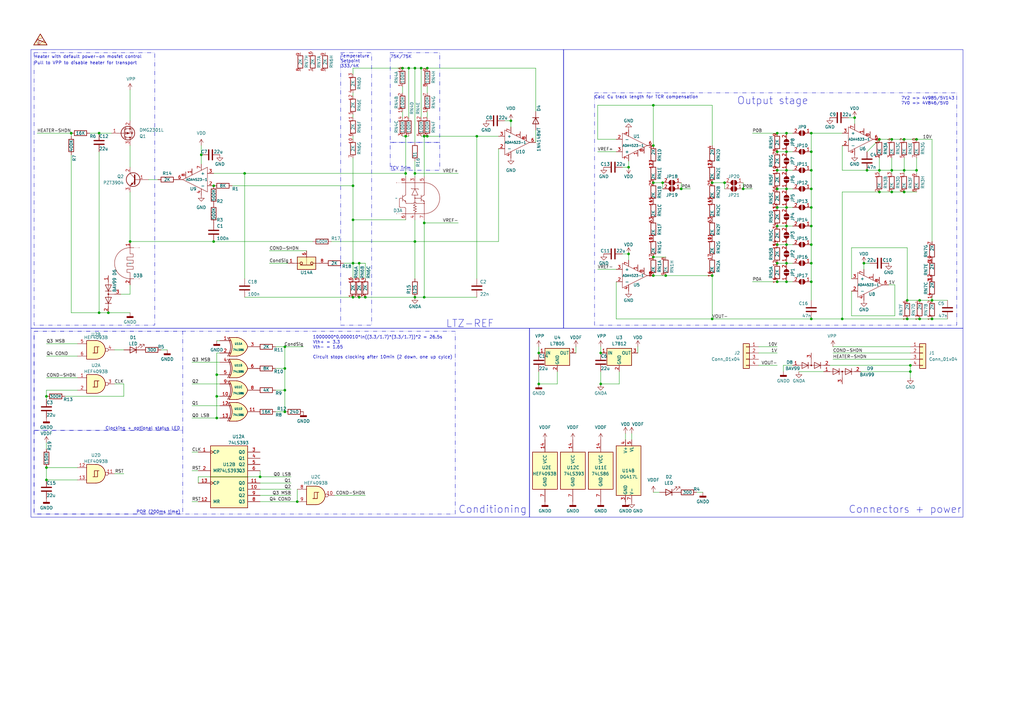
<source format=kicad_sch>
(kicad_sch
	(version 20231120)
	(generator "eeschema")
	(generator_version "8.0")
	(uuid "c9e6c25c-d8c5-4cd2-b348-b7f7fbcabf16")
	(paper "A3")
	
	(junction
		(at 372.11 123.19)
		(diameter 0)
		(color 0 0 0 0)
		(uuid "01449860-824d-4579-98d3-64d69b2fa837")
	)
	(junction
		(at 172.72 27.94)
		(diameter 0)
		(color 0 0 0 0)
		(uuid "015539da-453a-45b3-b813-f2588995f097")
	)
	(junction
		(at 116.84 160.02)
		(diameter 0)
		(color 0 0 0 0)
		(uuid "038757e4-c8f1-49ad-b742-93e0ab529a5d")
	)
	(junction
		(at 322.58 92.71)
		(diameter 0)
		(color 0 0 0 0)
		(uuid "05635603-83fa-4200-b1bb-798ef91a09aa")
	)
	(junction
		(at 29.21 54.61)
		(diameter 0)
		(color 0 0 0 0)
		(uuid "0dc3832c-7bd6-4e27-9623-a234e1920b24")
	)
	(junction
		(at 297.18 74.93)
		(diameter 0)
		(color 0 0 0 0)
		(uuid "16d70258-b73c-45c6-9165-b0d8eeb32559")
	)
	(junction
		(at 354.33 107.95)
		(diameter 0)
		(color 0 0 0 0)
		(uuid "17838820-c086-44bc-b858-7be27f02a14e")
	)
	(junction
		(at 332.74 62.23)
		(diameter 0)
		(color 0 0 0 0)
		(uuid "18884689-9321-48e3-b108-c73b75cdba9b")
	)
	(junction
		(at 19.05 162.56)
		(diameter 0)
		(color 0 0 0 0)
		(uuid "1a55558a-78a0-437a-a376-160720e399f2")
	)
	(junction
		(at 173.99 91.44)
		(diameter 0)
		(color 0 0 0 0)
		(uuid "1cfb6f14-ea1c-4cc8-bade-2552fd30acc4")
	)
	(junction
		(at 195.58 55.88)
		(diameter 0)
		(color 0 0 0 0)
		(uuid "1dcd1ab4-0e1a-4d31-85cf-ef8354dcfc8e")
	)
	(junction
		(at 173.99 55.88)
		(diameter 0)
		(color 0 0 0 0)
		(uuid "262a218c-63bd-463f-9c92-a5af0f946884")
	)
	(junction
		(at 144.78 90.17)
		(diameter 0)
		(color 0 0 0 0)
		(uuid "27b561a0-bda1-4806-ab0b-c1c63a7a92fe")
	)
	(junction
		(at 267.97 43.18)
		(diameter 0)
		(color 0 0 0 0)
		(uuid "27e18337-403d-47bd-8e88-824aa930a57a")
	)
	(junction
		(at 257.81 104.14)
		(diameter 0)
		(color 0 0 0 0)
		(uuid "2ec13904-72fc-416e-9e46-5d4990360f8a")
	)
	(junction
		(at 170.18 121.92)
		(diameter 0)
		(color 0 0 0 0)
		(uuid "2f93510f-610c-481a-aac9-c677a6565729")
	)
	(junction
		(at 121.92 205.74)
		(diameter 0)
		(color 0 0 0 0)
		(uuid "3117e192-c737-4e7c-bfab-b47838cfeec2")
	)
	(junction
		(at 167.64 27.94)
		(diameter 0)
		(color 0 0 0 0)
		(uuid "360ec57b-1af6-4103-b34b-f3aa2c4beae3")
	)
	(junction
		(at 271.78 74.93)
		(diameter 0)
		(color 0 0 0 0)
		(uuid "37f82e0a-da81-454e-b110-882ec5fc308f")
	)
	(junction
		(at 322.58 62.23)
		(diameter 0)
		(color 0 0 0 0)
		(uuid "38891c0a-d647-4fd9-b2e8-3af65a2a18a4")
	)
	(junction
		(at 220.98 157.48)
		(diameter 0)
		(color 0 0 0 0)
		(uuid "396913dc-d482-4923-9ffc-c039779c6038")
	)
	(junction
		(at 173.99 121.92)
		(diameter 0)
		(color 0 0 0 0)
		(uuid "3b717ded-3876-4509-a734-aeaed6a20c8f")
	)
	(junction
		(at 360.68 57.15)
		(diameter 0)
		(color 0 0 0 0)
		(uuid "3f5dead1-9228-474b-9cdf-c17c63efe8f7")
	)
	(junction
		(at 332.74 130.81)
		(diameter 0)
		(color 0 0 0 0)
		(uuid "4342f6d4-4136-44c8-a44c-70a2825a25fb")
	)
	(junction
		(at 19.05 196.85)
		(diameter 0)
		(color 0 0 0 0)
		(uuid "461f2002-528e-4ca9-befc-74d84238b784")
	)
	(junction
		(at 53.34 99.06)
		(diameter 0)
		(color 0 0 0 0)
		(uuid "4aabb2da-b0af-4ced-ae24-9f9b2a43d958")
	)
	(junction
		(at 345.44 130.81)
		(diameter 0)
		(color 0 0 0 0)
		(uuid "4ed7aa6d-26b4-4b88-a549-796b47edcbe7")
	)
	(junction
		(at 375.92 57.15)
		(diameter 0)
		(color 0 0 0 0)
		(uuid "4eda075c-c289-4a38-a294-3d0285f9e513")
	)
	(junction
		(at 88.9 153.67)
		(diameter 0)
		(color 0 0 0 0)
		(uuid "4fb01578-3410-4666-9c95-b113f85d134b")
	)
	(junction
		(at 322.58 54.61)
		(diameter 0)
		(color 0 0 0 0)
		(uuid "51201c32-0c25-463d-b670-04b2a1fda468")
	)
	(junction
		(at 88.9 171.45)
		(diameter 0)
		(color 0 0 0 0)
		(uuid "5417a458-1e62-4708-a654-677c7d7828b5")
	)
	(junction
		(at 267.97 113.03)
		(diameter 0)
		(color 0 0 0 0)
		(uuid "554b9fc7-8ca9-4c75-8649-8e1204ebf263")
	)
	(junction
		(at 246.38 144.78)
		(diameter 0)
		(color 0 0 0 0)
		(uuid "5550148a-9e94-482f-8482-a416acb8884b")
	)
	(junction
		(at 40.64 54.61)
		(diameter 0)
		(color 0 0 0 0)
		(uuid "55c03dfc-2db7-4627-aa81-dade17873fcf")
	)
	(junction
		(at 267.97 74.93)
		(diameter 0)
		(color 0 0 0 0)
		(uuid "58a9a7ed-9dfa-4e9c-8dd6-57a05e0b0444")
	)
	(junction
		(at 106.68 195.58)
		(diameter 0)
		(color 0 0 0 0)
		(uuid "5d1d80d9-b6bc-4dc7-8fba-535fbecfa19c")
	)
	(junction
		(at 318.77 62.23)
		(diameter 0)
		(color 0 0 0 0)
		(uuid "5f28c2c7-074b-459f-8ef3-f50c291777b9")
	)
	(junction
		(at 292.1 74.93)
		(diameter 0)
		(color 0 0 0 0)
		(uuid "5f433f0e-5fe6-4d01-a044-bd86e51f9fbe")
	)
	(junction
		(at 373.38 149.86)
		(diameter 0)
		(color 0 0 0 0)
		(uuid "63383f26-f810-4bde-b1fd-fc574dc332b3")
	)
	(junction
		(at 375.92 69.85)
		(diameter 0)
		(color 0 0 0 0)
		(uuid "6533001b-b5cd-464a-ac16-74d83fb96fcd")
	)
	(junction
		(at 147.32 121.92)
		(diameter 0)
		(color 0 0 0 0)
		(uuid "69c27e93-973b-4bc9-875a-1a96417bbfdf")
	)
	(junction
		(at 267.97 105.41)
		(diameter 0)
		(color 0 0 0 0)
		(uuid "6a05c435-115c-49aa-a856-c48346fbf03b")
	)
	(junction
		(at 322.58 115.57)
		(diameter 0)
		(color 0 0 0 0)
		(uuid "6a19d279-d2d1-4372-b498-2527fbcc4c8b")
	)
	(junction
		(at 292.1 130.81)
		(diameter 0)
		(color 0 0 0 0)
		(uuid "6a880221-ada7-472a-be3b-1ee3a66b6235")
	)
	(junction
		(at 370.84 69.85)
		(diameter 0)
		(color 0 0 0 0)
		(uuid "6b32554d-f13d-4469-89b2-2cb1afd239e9")
	)
	(junction
		(at 166.37 55.88)
		(diameter 0)
		(color 0 0 0 0)
		(uuid "6cd48467-9d63-41cf-9075-eb2c9df64bd0")
	)
	(junction
		(at 332.74 107.95)
		(diameter 0)
		(color 0 0 0 0)
		(uuid "6d1ceeba-8233-42de-82b6-b08a5e5f628d")
	)
	(junction
		(at 116.84 151.13)
		(diameter 0)
		(color 0 0 0 0)
		(uuid "6d7c34a3-ed5b-49a6-ada6-750bd06041b0")
	)
	(junction
		(at 350.52 48.26)
		(diameter 0)
		(color 0 0 0 0)
		(uuid "6e713778-3086-400a-a77f-a35582a9b7cb")
	)
	(junction
		(at 292.1 113.03)
		(diameter 0)
		(color 0 0 0 0)
		(uuid "6f5d6f09-21f0-447f-8105-68897df8d695")
	)
	(junction
		(at 382.27 130.81)
		(diameter 0)
		(color 0 0 0 0)
		(uuid "79ec59ac-b3ff-4140-8fa3-b4e5182fa872")
	)
	(junction
		(at 304.8 77.47)
		(diameter 0)
		(color 0 0 0 0)
		(uuid "7cb91f66-5347-4db9-a6ad-113c2b8f8946")
	)
	(junction
		(at 372.11 130.81)
		(diameter 0)
		(color 0 0 0 0)
		(uuid "7ce16696-e52b-4ff9-8ef5-583dc5ad69fc")
	)
	(junction
		(at 332.74 100.33)
		(diameter 0)
		(color 0 0 0 0)
		(uuid "7d34527f-7c0a-4190-841a-57c53167c522")
	)
	(junction
		(at 318.77 69.85)
		(diameter 0)
		(color 0 0 0 0)
		(uuid "8174f8ba-4d15-4ec6-8389-d5714a8caa1c")
	)
	(junction
		(at 257.81 68.58)
		(diameter 0)
		(color 0 0 0 0)
		(uuid "824e742e-2537-4526-9be2-b5e29fc61f52")
	)
	(junction
		(at 40.64 128.27)
		(diameter 0)
		(color 0 0 0 0)
		(uuid "83b90c15-c09a-4f45-bb93-5b72189a2984")
	)
	(junction
		(at 318.77 92.71)
		(diameter 0)
		(color 0 0 0 0)
		(uuid "85de7f94-2083-4bd5-bd4d-0a048bfcebd2")
	)
	(junction
		(at 365.76 57.15)
		(diameter 0)
		(color 0 0 0 0)
		(uuid "8956b42f-11df-4b91-8f55-57e568911936")
	)
	(junction
		(at 332.74 115.57)
		(diameter 0)
		(color 0 0 0 0)
		(uuid "897aa89a-79cf-44e2-8f9a-27b12ea4c1d3")
	)
	(junction
		(at 116.84 168.91)
		(diameter 0)
		(color 0 0 0 0)
		(uuid "8aacecd8-4f52-41a8-842e-07e74dbc120b")
	)
	(junction
		(at 377.19 123.19)
		(diameter 0)
		(color 0 0 0 0)
		(uuid "918963f1-94d4-44fe-aaf0-878f64f30dee")
	)
	(junction
		(at 170.18 99.06)
		(diameter 0)
		(color 0 0 0 0)
		(uuid "92a1afff-101f-4cdd-88ac-e0490fc93a3c")
	)
	(junction
		(at 332.74 85.09)
		(diameter 0)
		(color 0 0 0 0)
		(uuid "96ecba3a-d0af-40aa-8a95-3b4e2f535f44")
	)
	(junction
		(at 365.76 78.74)
		(diameter 0)
		(color 0 0 0 0)
		(uuid "982348b5-1aef-430d-b3d6-65b5310d731b")
	)
	(junction
		(at 318.77 100.33)
		(diameter 0)
		(color 0 0 0 0)
		(uuid "99e395e1-bda4-401b-8e0c-66f11024f11d")
	)
	(junction
		(at 149.86 121.92)
		(diameter 0)
		(color 0 0 0 0)
		(uuid "9a6111d3-6bc3-4144-8292-64bdd0f156a5")
	)
	(junction
		(at 370.84 78.74)
		(diameter 0)
		(color 0 0 0 0)
		(uuid "9b67d2ac-516f-45be-a0fe-62da79f8936c")
	)
	(junction
		(at 165.1 27.94)
		(diameter 0)
		(color 0 0 0 0)
		(uuid "9c872a9b-6a3c-4938-bc29-239a3df460a4")
	)
	(junction
		(at 246.38 157.48)
		(diameter 0)
		(color 0 0 0 0)
		(uuid "a187224f-05e4-41ed-a3eb-e8ceeb1d4e6e")
	)
	(junction
		(at 365.76 69.85)
		(diameter 0)
		(color 0 0 0 0)
		(uuid "a4612577-89d5-4c01-8083-84837edefe39")
	)
	(junction
		(at 332.74 77.47)
		(diameter 0)
		(color 0 0 0 0)
		(uuid "a79a94bf-8de3-4956-a8cb-3bed55a4bb54")
	)
	(junction
		(at 322.58 107.95)
		(diameter 0)
		(color 0 0 0 0)
		(uuid "acd63260-df88-4598-9c42-fb625e2c47a1")
	)
	(junction
		(at 170.18 27.94)
		(diameter 0)
		(color 0 0 0 0)
		(uuid "ae5fc91c-5fbf-4393-8779-998bcf8dd0d0")
	)
	(junction
		(at 144.78 121.92)
		(diameter 0)
		(color 0 0 0 0)
		(uuid "ae68e6cf-efa0-48a5-8c38-8a0bd124014a")
	)
	(junction
		(at 220.98 144.78)
		(diameter 0)
		(color 0 0 0 0)
		(uuid "aea2852d-6f17-499a-81d2-1ac9a623553a")
	)
	(junction
		(at 318.77 107.95)
		(diameter 0)
		(color 0 0 0 0)
		(uuid "b1a7b140-89a3-4da9-bce5-4abd016ad13c")
	)
	(junction
		(at 377.19 130.81)
		(diameter 0)
		(color 0 0 0 0)
		(uuid "b468ff62-8a26-4ced-9bcb-bbcd07716acf")
	)
	(junction
		(at 373.38 152.4)
		(diameter 0)
		(color 0 0 0 0)
		(uuid "bbfaa543-68f8-4154-be37-a8a559e56bb8")
	)
	(junction
		(at 322.58 69.85)
		(diameter 0)
		(color 0 0 0 0)
		(uuid "bc7a7663-cf6e-495c-b2a3-60e798bf4680")
	)
	(junction
		(at 267.97 59.69)
		(diameter 0)
		(color 0 0 0 0)
		(uuid "bdcdf03b-7d81-4ae2-ba38-c7ddf34b0505")
	)
	(junction
		(at 100.33 71.12)
		(diameter 0)
		(color 0 0 0 0)
		(uuid "bed884da-3063-46ce-bdf3-e5a5fe1ae187")
	)
	(junction
		(at 370.84 57.15)
		(diameter 0)
		(color 0 0 0 0)
		(uuid "c51dd18d-01f2-4ff8-a1d2-778ad864078b")
	)
	(junction
		(at 360.68 69.85)
		(diameter 0)
		(color 0 0 0 0)
		(uuid "c6c67edb-5072-46c1-aea7-2a6625607dc1")
	)
	(junction
		(at 209.55 49.53)
		(diameter 0)
		(color 0 0 0 0)
		(uuid "cd4ac990-8c65-4197-99ca-de83e92b23af")
	)
	(junction
		(at 355.6 69.85)
		(diameter 0)
		(color 0 0 0 0)
		(uuid "d719f810-7a66-483d-a27b-94201df0e133")
	)
	(junction
		(at 144.78 76.2)
		(diameter 0)
		(color 0 0 0 0)
		(uuid "d82b1583-f883-4909-94d0-e19bdf111c5d")
	)
	(junction
		(at 382.27 123.19)
		(diameter 0)
		(color 0 0 0 0)
		(uuid "d8527aea-d5be-491f-ba09-3c060e9e7cff")
	)
	(junction
		(at 273.05 113.03)
		(diameter 0)
		(color 0 0 0 0)
		(uuid "d8723b6d-dd95-402a-bb31-b2dd99f26732")
	)
	(junction
		(at 322.58 77.47)
		(diameter 0)
		(color 0 0 0 0)
		(uuid "da316aa5-835d-4889-aaf2-315fe80aa177")
	)
	(junction
		(at 318.77 77.47)
		(diameter 0)
		(color 0 0 0 0)
		(uuid "df7d61bd-e7b2-435f-9d3d-4be1bde89704")
	)
	(junction
		(at 322.58 85.09)
		(diameter 0)
		(color 0 0 0 0)
		(uuid "e0511979-3e8a-40b9-b9a9-47651aeba21e")
	)
	(junction
		(at 144.78 107.95)
		(diameter 0)
		(color 0 0 0 0)
		(uuid "e4394133-20c9-4703-903b-4789e7cda071")
	)
	(junction
		(at 332.74 54.61)
		(diameter 0)
		(color 0 0 0 0)
		(uuid "e4a1fbaf-425d-42f5-b86e-301269a51a7b")
	)
	(junction
		(at 170.18 71.12)
		(diameter 0)
		(color 0 0 0 0)
		(uuid "e53503db-f68c-4bbe-849f-c1647ca2ea44")
	)
	(junction
		(at 147.32 107.95)
		(diameter 0)
		(color 0 0 0 0)
		(uuid "e6476097-f994-4d35-8499-c75b56942404")
	)
	(junction
		(at 279.4 77.47)
		(diameter 0)
		(color 0 0 0 0)
		(uuid "e73d2e72-fa92-474b-a494-ead30050bb72")
	)
	(junction
		(at 360.68 78.74)
		(diameter 0)
		(color 0 0 0 0)
		(uuid "e75d63b4-3e93-4ab1-85e4-1577ab1a8882")
	)
	(junction
		(at 318.77 54.61)
		(diameter 0)
		(color 0 0 0 0)
		(uuid "ea14712f-282e-4576-bb6b-024f5d5e53f2")
	)
	(junction
		(at 19.05 191.77)
		(diameter 0)
		(color 0 0 0 0)
		(uuid "ebcfa697-88aa-434f-af08-b6e3e7f362f1")
	)
	(junction
		(at 332.74 69.85)
		(diameter 0)
		(color 0 0 0 0)
		(uuid "ebe6d8ec-d456-42b2-9f2c-72882aebb3ca")
	)
	(junction
		(at 318.77 85.09)
		(diameter 0)
		(color 0 0 0 0)
		(uuid "ecde50be-ed8b-44be-8e7b-096289641c97")
	)
	(junction
		(at 82.55 63.5)
		(diameter 0)
		(color 0 0 0 0)
		(uuid "ed3589d4-4073-40eb-9240-014119c2dbfe")
	)
	(junction
		(at 322.58 100.33)
		(diameter 0)
		(color 0 0 0 0)
		(uuid "ed7e831f-300e-4b3e-9257-1cf2b32761a2")
	)
	(junction
		(at 88.9 162.56)
		(diameter 0)
		(color 0 0 0 0)
		(uuid "f06dcc5a-46c6-4de0-818f-8801826f3866")
	)
	(junction
		(at 166.37 71.12)
		(diameter 0)
		(color 0 0 0 0)
		(uuid "f11b2735-00d7-499f-9a04-ac008096b147")
	)
	(junction
		(at 116.84 142.24)
		(diameter 0)
		(color 0 0 0 0)
		(uuid "f5fca9c3-ab2e-4261-8fbf-20faeb9b0477")
	)
	(junction
		(at 87.63 76.2)
		(diameter 0)
		(color 0 0 0 0)
		(uuid "f69e2793-dfa7-4978-8885-990122cc0d91")
	)
	(junction
		(at 44.45 128.27)
		(diameter 0)
		(color 0 0 0 0)
		(uuid "f749282c-b91b-417f-9798-a7fbd02215fc")
	)
	(junction
		(at 175.26 27.94)
		(diameter 0)
		(color 0 0 0 0)
		(uuid "f8c1f368-3243-4d19-b4bd-d9a6ddc310fd")
	)
	(junction
		(at 332.74 92.71)
		(diameter 0)
		(color 0 0 0 0)
		(uuid "f8f897d9-e7da-4f11-abf9-ee20b1dc866a")
	)
	(junction
		(at 318.77 115.57)
		(diameter 0)
		(color 0 0 0 0)
		(uuid "fbe578d2-cc0e-41bc-a0de-9bf20d7e7234")
	)
	(junction
		(at 175.26 55.88)
		(diameter 0)
		(color 0 0 0 0)
		(uuid "fc79258c-318c-4fa1-8d69-5c018c604018")
	)
	(junction
		(at 87.63 99.06)
		(diameter 0)
		(color 0 0 0 0)
		(uuid "ff6a1692-63eb-4b5a-8aaf-0e2855448688")
	)
	(wire
		(pts
			(xy 170.18 27.94) (xy 172.72 27.94)
		)
		(stroke
			(width 0)
			(type default)
		)
		(uuid "00e2c1d3-6cba-46ec-a08e-1da94de86ad9")
	)
	(wire
		(pts
			(xy 292.1 113.03) (xy 292.1 130.81)
		)
		(stroke
			(width 0)
			(type default)
		)
		(uuid "036a8dbd-26f0-4b27-8dbf-af84a0b5031c")
	)
	(wire
		(pts
			(xy 44.45 128.27) (xy 53.34 128.27)
		)
		(stroke
			(width 0)
			(type default)
		)
		(uuid "03a28008-c963-4fff-b8e5-40ba4bac3427")
	)
	(wire
		(pts
			(xy 372.11 123.19) (xy 377.19 123.19)
		)
		(stroke
			(width 0)
			(type default)
		)
		(uuid "03eb14d6-124d-42de-91c9-3ef663628315")
	)
	(wire
		(pts
			(xy 88.9 153.67) (xy 90.17 153.67)
		)
		(stroke
			(width 0)
			(type default)
		)
		(uuid "04660d9d-62a2-4d0b-83c4-3fa1693b5d42")
	)
	(wire
		(pts
			(xy 144.78 48.26) (xy 144.78 46.99)
		)
		(stroke
			(width 0)
			(type default)
		)
		(uuid "066b5918-1d07-454c-9d0f-0352e8002786")
	)
	(wire
		(pts
			(xy 375.92 64.77) (xy 375.92 69.85)
		)
		(stroke
			(width 0)
			(type default)
		)
		(uuid "078273b6-3333-441f-ae38-a1fe2cad0b63")
	)
	(wire
		(pts
			(xy 220.98 152.4) (xy 220.98 157.48)
		)
		(stroke
			(width 0)
			(type default)
		)
		(uuid "0bb66e1d-fd39-4147-b307-8175e491747d")
	)
	(wire
		(pts
			(xy 332.74 69.85) (xy 332.74 77.47)
		)
		(stroke
			(width 0)
			(type default)
		)
		(uuid "0cbb3b49-cb9f-4cd2-a6bb-1f7862532f21")
	)
	(wire
		(pts
			(xy 19.05 191.77) (xy 19.05 196.85)
		)
		(stroke
			(width 0)
			(type default)
		)
		(uuid "10cd869c-cd5c-4bca-8ef1-95417f0b17b3")
	)
	(wire
		(pts
			(xy 318.77 54.61) (xy 322.58 54.61)
		)
		(stroke
			(width 0)
			(type default)
		)
		(uuid "115ad775-d298-4356-9e9e-d5604f2ed15b")
	)
	(wire
		(pts
			(xy 204.47 60.96) (xy 204.47 99.06)
		)
		(stroke
			(width 0)
			(type default)
		)
		(uuid "122abd4a-3c39-4595-8958-8d4e0070fe33")
	)
	(wire
		(pts
			(xy 116.84 151.13) (xy 116.84 160.02)
		)
		(stroke
			(width 0)
			(type default)
		)
		(uuid "132352f9-2f22-47f1-9211-75c9c95cde8d")
	)
	(wire
		(pts
			(xy 172.72 55.88) (xy 173.99 55.88)
		)
		(stroke
			(width 0)
			(type default)
		)
		(uuid "145e8c7e-34fd-476c-949d-ac9178de01d9")
	)
	(wire
		(pts
			(xy 373.38 152.4) (xy 353.06 152.4)
		)
		(stroke
			(width 0)
			(type default)
		)
		(uuid "1526fdf9-5496-413b-8aa0-78925e21cb80")
	)
	(wire
		(pts
			(xy 345.44 130.81) (xy 372.11 130.81)
		)
		(stroke
			(width 0)
			(type default)
		)
		(uuid "168fbfda-317c-423b-a03f-09269dc2c040")
	)
	(wire
		(pts
			(xy 360.68 69.85) (xy 360.68 71.12)
		)
		(stroke
			(width 0)
			(type default)
		)
		(uuid "17fb50a2-b66a-43d4-8386-68a13d88fa0e")
	)
	(wire
		(pts
			(xy 19.05 191.77) (xy 31.75 191.77)
		)
		(stroke
			(width 0)
			(type default)
		)
		(uuid "19490cd3-7640-4edb-9203-cf698fcfea63")
	)
	(wire
		(pts
			(xy 318.77 142.24) (xy 311.15 142.24)
		)
		(stroke
			(width 0)
			(type default)
		)
		(uuid "1984aa82-5b21-470c-a8ab-b89c0c2e4917")
	)
	(wire
		(pts
			(xy 332.74 85.09) (xy 332.74 92.71)
		)
		(stroke
			(width 0)
			(type default)
		)
		(uuid "198a478b-9979-455a-a9ab-a32c5e58ae39")
	)
	(wire
		(pts
			(xy 256.54 177.8) (xy 256.54 180.34)
		)
		(stroke
			(width 0)
			(type default)
		)
		(uuid "19a2f7b5-95e9-4b32-97ff-41cd9ac6706a")
	)
	(wire
		(pts
			(xy 252.73 115.57) (xy 252.73 130.81)
		)
		(stroke
			(width 0)
			(type default)
		)
		(uuid "1b83fbc7-5867-4663-8fe6-c95032a62358")
	)
	(wire
		(pts
			(xy 66.04 143.51) (xy 68.58 143.51)
		)
		(stroke
			(width 0)
			(type default)
		)
		(uuid "1be917b2-89e5-4f01-91af-9bf9b4d69ea9")
	)
	(wire
		(pts
			(xy 53.34 59.69) (xy 53.34 68.58)
		)
		(stroke
			(width 0)
			(type default)
		)
		(uuid "1c0791a6-5cc7-494e-a7d1-2f6ae5f41498")
	)
	(wire
		(pts
			(xy 50.8 162.56) (xy 50.8 157.48)
		)
		(stroke
			(width 0)
			(type default)
		)
		(uuid "1cdebe9b-6417-427b-8d58-f0921466cb87")
	)
	(wire
		(pts
			(xy 195.58 55.88) (xy 195.58 114.3)
		)
		(stroke
			(width 0)
			(type default)
		)
		(uuid "1cfbca17-f562-4c99-8a27-3f2ac518e4c4")
	)
	(wire
		(pts
			(xy 219.71 27.94) (xy 219.71 45.72)
		)
		(stroke
			(width 0)
			(type default)
		)
		(uuid "1daa5046-fd8f-40bc-8545-43f43ac6047c")
	)
	(wire
		(pts
			(xy 365.76 69.85) (xy 370.84 69.85)
		)
		(stroke
			(width 0)
			(type default)
		)
		(uuid "1e71c470-e724-4ede-86b2-a0b847b91c08")
	)
	(wire
		(pts
			(xy 332.74 62.23) (xy 332.74 69.85)
		)
		(stroke
			(width 0)
			(type default)
		)
		(uuid "1f39f046-2912-4948-be52-a1c5fb4db1be")
	)
	(wire
		(pts
			(xy 106.68 200.66) (xy 119.38 200.66)
		)
		(stroke
			(width 0)
			(type default)
		)
		(uuid "1f4247e6-5d4c-4410-94f4-369937290a95")
	)
	(wire
		(pts
			(xy 318.77 69.85) (xy 322.58 69.85)
		)
		(stroke
			(width 0)
			(type default)
		)
		(uuid "21622a7c-52ec-48e2-83b4-78f89262ee25")
	)
	(wire
		(pts
			(xy 292.1 43.18) (xy 292.1 59.69)
		)
		(stroke
			(width 0)
			(type default)
		)
		(uuid "22f3faa3-daee-44c2-ad85-cba7a04d2309")
	)
	(wire
		(pts
			(xy 144.78 76.2) (xy 144.78 64.77)
		)
		(stroke
			(width 0)
			(type default)
		)
		(uuid "25907131-a7a8-4a01-a0c2-5c0b5a07736d")
	)
	(wire
		(pts
			(xy 321.31 152.4) (xy 321.31 149.86)
		)
		(stroke
			(width 0)
			(type default)
		)
		(uuid "25de0c6e-94ea-46ae-bef9-270c47c42af7")
	)
	(wire
		(pts
			(xy 144.78 107.95) (xy 144.78 114.3)
		)
		(stroke
			(width 0)
			(type default)
		)
		(uuid "2657b396-0f0a-456c-9a73-9259de384865")
	)
	(wire
		(pts
			(xy 347.98 48.26) (xy 350.52 48.26)
		)
		(stroke
			(width 0)
			(type default)
		)
		(uuid "2da8fc80-c24b-499e-b353-9df890fd10d8")
	)
	(wire
		(pts
			(xy 40.64 62.23) (xy 40.64 128.27)
		)
		(stroke
			(width 0)
			(type default)
		)
		(uuid "2db79888-c6a2-4488-a4f0-eec188334ff2")
	)
	(wire
		(pts
			(xy 106.68 198.12) (xy 119.38 198.12)
		)
		(stroke
			(width 0)
			(type default)
		)
		(uuid "2f1d9a4b-762d-4808-8df4-9f3a2036d54d")
	)
	(wire
		(pts
			(xy 332.74 130.81) (xy 345.44 130.81)
		)
		(stroke
			(width 0)
			(type default)
		)
		(uuid "2f5c719a-0f7d-43a1-9094-e3d0bd90bee3")
	)
	(wire
		(pts
			(xy 245.11 43.18) (xy 245.11 57.15)
		)
		(stroke
			(width 0)
			(type default)
		)
		(uuid "2fd49b37-68d3-4373-8f36-4eadb712f91e")
	)
	(wire
		(pts
			(xy 29.21 63.5) (xy 29.21 128.27)
		)
		(stroke
			(width 0)
			(type default)
		)
		(uuid "304aba96-f29b-40ee-975b-64af6d24368a")
	)
	(wire
		(pts
			(xy 350.52 48.26) (xy 350.52 50.8)
		)
		(stroke
			(width 0)
			(type default)
		)
		(uuid "319e3fdb-2cc5-4f20-83ff-81865a1e156e")
	)
	(wire
		(pts
			(xy 318.77 77.47) (xy 322.58 77.47)
		)
		(stroke
			(width 0)
			(type default)
		)
		(uuid "31e88cb3-e5d0-491f-aa7f-f2813f32d961")
	)
	(wire
		(pts
			(xy 257.81 68.58) (xy 257.81 66.04)
		)
		(stroke
			(width 0)
			(type default)
		)
		(uuid "3207b6fa-e810-445d-a98c-e59419ed8971")
	)
	(wire
		(pts
			(xy 292.1 74.93) (xy 297.18 74.93)
		)
		(stroke
			(width 0)
			(type default)
		)
		(uuid "347e10fb-bf30-4d30-a960-79abea6a7477")
	)
	(wire
		(pts
			(xy 135.89 99.06) (xy 170.18 99.06)
		)
		(stroke
			(width 0)
			(type default)
		)
		(uuid "356ddcfb-de04-4dac-8629-55f686f5b2a1")
	)
	(wire
		(pts
			(xy 355.6 69.85) (xy 360.68 69.85)
		)
		(stroke
			(width 0)
			(type default)
		)
		(uuid "35a034e6-c599-4c70-89b3-6752eb39faf6")
	)
	(wire
		(pts
			(xy 100.33 71.12) (xy 100.33 114.3)
		)
		(stroke
			(width 0)
			(type default)
		)
		(uuid "368cfbac-0bb3-4420-bbfd-dbcd06c15bd9")
	)
	(wire
		(pts
			(xy 349.25 101.6) (xy 349.25 114.3)
		)
		(stroke
			(width 0)
			(type default)
		)
		(uuid "36f1e2a0-bfc1-4844-84aa-d367f8e7c862")
	)
	(wire
		(pts
			(xy 382.27 57.15) (xy 382.27 99.06)
		)
		(stroke
			(width 0)
			(type default)
		)
		(uuid "3819d562-57e7-4402-9956-f7b97be1d43f")
	)
	(wire
		(pts
			(xy 321.31 149.86) (xy 325.12 149.86)
		)
		(stroke
			(width 0)
			(type default)
		)
		(uuid "3976c458-28a1-4430-9f66-d5230804e268")
	)
	(wire
		(pts
			(xy 19.05 154.94) (xy 31.75 154.94)
		)
		(stroke
			(width 0)
			(type default)
		)
		(uuid "3d1a7990-4e7a-41ae-841d-e2232cda1015")
	)
	(wire
		(pts
			(xy 106.68 205.74) (xy 121.92 205.74)
		)
		(stroke
			(width 0)
			(type default)
		)
		(uuid "3d61839b-03fd-4429-9ff1-f9e1e212a7ee")
	)
	(wire
		(pts
			(xy 81.28 195.58) (xy 106.68 195.58)
		)
		(stroke
			(width 0)
			(type default)
		)
		(uuid "3d70d8da-d2b5-4604-a7b7-9e98fa86e020")
	)
	(wire
		(pts
			(xy 147.32 107.95) (xy 149.86 107.95)
		)
		(stroke
			(width 0)
			(type default)
		)
		(uuid "3ee6ed76-e6a0-4d6d-870f-6390af437c5a")
	)
	(wire
		(pts
			(xy 113.03 168.91) (xy 116.84 168.91)
		)
		(stroke
			(width 0)
			(type default)
		)
		(uuid "3f86bcfd-9a35-43bc-8219-7baecbb9a6f6")
	)
	(wire
		(pts
			(xy 370.84 64.77) (xy 370.84 69.85)
		)
		(stroke
			(width 0)
			(type default)
		)
		(uuid "4031a24f-ed34-4937-9410-876a6ae91f8a")
	)
	(wire
		(pts
			(xy 365.76 64.77) (xy 365.76 69.85)
		)
		(stroke
			(width 0)
			(type default)
		)
		(uuid "40e8fc9d-9a4c-49a9-bef1-3d28887e4bfd")
	)
	(wire
		(pts
			(xy 255.27 104.14) (xy 257.81 104.14)
		)
		(stroke
			(width 0)
			(type default)
		)
		(uuid "41663f85-d045-460a-b0f1-3e716210d5fe")
	)
	(wire
		(pts
			(xy 170.18 90.17) (xy 170.18 99.06)
		)
		(stroke
			(width 0)
			(type default)
		)
		(uuid "420a25ee-7b91-4ec7-ae23-129f10230011")
	)
	(wire
		(pts
			(xy 267.97 113.03) (xy 273.05 113.03)
		)
		(stroke
			(width 0)
			(type default)
		)
		(uuid "44169ad7-4df2-45bb-a496-1cc5a6e2d97a")
	)
	(wire
		(pts
			(xy 149.86 107.95) (xy 149.86 114.3)
		)
		(stroke
			(width 0)
			(type default)
		)
		(uuid "45d08d74-cc05-4be1-89cf-15ee7a40ec63")
	)
	(wire
		(pts
			(xy 360.68 57.15) (xy 365.76 57.15)
		)
		(stroke
			(width 0)
			(type default)
		)
		(uuid "45ec02ca-c034-4ccb-bef6-b4810fc4cfda")
	)
	(wire
		(pts
			(xy 106.68 203.2) (xy 119.38 203.2)
		)
		(stroke
			(width 0)
			(type default)
		)
		(uuid "4670ddaf-00f2-49a1-8d41-a429d60e7c94")
	)
	(wire
		(pts
			(xy 325.12 77.47) (xy 322.58 77.47)
		)
		(stroke
			(width 0)
			(type default)
		)
		(uuid "467954ed-3770-4c6b-90b6-ded16aea2c81")
	)
	(wire
		(pts
			(xy 167.64 27.94) (xy 167.64 48.26)
		)
		(stroke
			(width 0)
			(type default)
		)
		(uuid "4811e6d7-a62b-4e6b-b0fe-5cb4fbb44633")
	)
	(wire
		(pts
			(xy 267.97 105.41) (xy 273.05 105.41)
		)
		(stroke
			(width 0)
			(type default)
		)
		(uuid "4872ed3e-9429-408e-b0cd-55f76cc8055f")
	)
	(wire
		(pts
			(xy 78.74 171.45) (xy 88.9 171.45)
		)
		(stroke
			(width 0)
			(type default)
		)
		(uuid "49a7afff-1ddd-4afc-afff-39e391dd499e")
	)
	(wire
		(pts
			(xy 173.99 121.92) (xy 195.58 121.92)
		)
		(stroke
			(width 0)
			(type default)
		)
		(uuid "4a6d4447-f12e-4fc1-a369-651a5da25d6a")
	)
	(wire
		(pts
			(xy 332.74 77.47) (xy 332.74 85.09)
		)
		(stroke
			(width 0)
			(type default)
		)
		(uuid "4a757f50-7152-40e8-8c48-881aa452be06")
	)
	(wire
		(pts
			(xy 209.55 49.53) (xy 209.55 52.07)
		)
		(stroke
			(width 0)
			(type default)
		)
		(uuid "4c59957c-09e3-4ea0-99a4-783796b88e13")
	)
	(wire
		(pts
			(xy 88.9 162.56) (xy 88.9 171.45)
		)
		(stroke
			(width 0)
			(type default)
		)
		(uuid "4c98b78a-0506-46cb-bf44-71ee99f02579")
	)
	(wire
		(pts
			(xy 49.53 120.65) (xy 53.34 120.65)
		)
		(stroke
			(width 0)
			(type default)
		)
		(uuid "4dbd8860-23c1-4762-856c-022179a5637d")
	)
	(wire
		(pts
			(xy 377.19 130.81) (xy 382.27 130.81)
		)
		(stroke
			(width 0)
			(type default)
		)
		(uuid "51f87778-c87d-4eac-92dc-f43304618991")
	)
	(wire
		(pts
			(xy 170.18 99.06) (xy 204.47 99.06)
		)
		(stroke
			(width 0)
			(type default)
		)
		(uuid "53b75055-7373-40fc-97c6-10867f2d4e9e")
	)
	(wire
		(pts
			(xy 325.12 54.61) (xy 322.58 54.61)
		)
		(stroke
			(width 0)
			(type default)
		)
		(uuid "549ef0f4-1577-4029-adbb-56a677eecc7c")
	)
	(wire
		(pts
			(xy 255.27 68.58) (xy 257.81 68.58)
		)
		(stroke
			(width 0)
			(type default)
		)
		(uuid "569ec266-7dc4-4488-b4fa-f6dd207e5b45")
	)
	(wire
		(pts
			(xy 318.77 100.33) (xy 322.58 100.33)
		)
		(stroke
			(width 0)
			(type default)
		)
		(uuid "56e2eb33-2fe7-4056-814b-cf032e5988de")
	)
	(wire
		(pts
			(xy 113.03 151.13) (xy 116.84 151.13)
		)
		(stroke
			(width 0)
			(type default)
		)
		(uuid "56f4077e-c453-4122-9c07-291d9146527b")
	)
	(wire
		(pts
			(xy 19.05 140.97) (xy 31.75 140.97)
		)
		(stroke
			(width 0)
			(type default)
		)
		(uuid "583c34ba-3601-4a67-a2ca-b3342d00c52c")
	)
	(wire
		(pts
			(xy 19.05 196.85) (xy 31.75 196.85)
		)
		(stroke
			(width 0)
			(type default)
		)
		(uuid "5864c37d-d1df-4443-87f5-c5508bbfd7d1")
	)
	(wire
		(pts
			(xy 236.22 142.24) (xy 236.22 144.78)
		)
		(stroke
			(width 0)
			(type default)
		)
		(uuid "58d37803-52ff-4155-9d0c-3a4dc904e985")
	)
	(wire
		(pts
			(xy 373.38 149.86) (xy 340.36 149.86)
		)
		(stroke
			(width 0)
			(type default)
		)
		(uuid "592df1d6-18a7-424d-8b30-853c0f59ec12")
	)
	(wire
		(pts
			(xy 370.84 69.85) (xy 370.84 71.12)
		)
		(stroke
			(width 0)
			(type default)
		)
		(uuid "5a072f85-3efe-4f57-8ddf-e4c6970c921b")
	)
	(wire
		(pts
			(xy 144.78 27.94) (xy 165.1 27.94)
		)
		(stroke
			(width 0)
			(type default)
		)
		(uuid "5ac6f6b2-f233-44a8-aebd-d13eec1ec440")
	)
	(wire
		(pts
			(xy 271.78 74.93) (xy 271.78 77.47)
		)
		(stroke
			(width 0)
			(type default)
		)
		(uuid "5bd5e7ce-6dd4-447e-9a67-a3c820dc8526")
	)
	(wire
		(pts
			(xy 147.32 107.95) (xy 147.32 114.3)
		)
		(stroke
			(width 0)
			(type default)
		)
		(uuid "5db15ea5-46c2-400c-9a26-45d7b26a4cfd")
	)
	(wire
		(pts
			(xy 292.1 130.81) (xy 332.74 130.81)
		)
		(stroke
			(width 0)
			(type default)
		)
		(uuid "5dd57464-907d-48a6-bb38-a1d534575542")
	)
	(wire
		(pts
			(xy 166.37 55.88) (xy 165.1 55.88)
		)
		(stroke
			(width 0)
			(type default)
		)
		(uuid "5f528cc9-0b95-471f-97bd-643fcad4b194")
	)
	(wire
		(pts
			(xy 50.8 157.48) (xy 46.99 157.48)
		)
		(stroke
			(width 0)
			(type default)
		)
		(uuid "614fdafd-50db-4486-96bb-6c3afb212618")
	)
	(wire
		(pts
			(xy 325.12 62.23) (xy 322.58 62.23)
		)
		(stroke
			(width 0)
			(type default)
		)
		(uuid "618f56ff-8ae1-4076-a1c2-74ab75ee6101")
	)
	(wire
		(pts
			(xy 166.37 71.12) (xy 166.37 72.39)
		)
		(stroke
			(width 0)
			(type default)
		)
		(uuid "626dcf79-5f2e-45af-9009-5a76ea7a8214")
	)
	(wire
		(pts
			(xy 252.73 130.81) (xy 292.1 130.81)
		)
		(stroke
			(width 0)
			(type default)
		)
		(uuid "639bd4dd-aa73-4eb9-8007-8119795d4af7")
	)
	(wire
		(pts
			(xy 29.21 128.27) (xy 40.64 128.27)
		)
		(stroke
			(width 0)
			(type default)
		)
		(uuid "64a263bf-5b80-4e8b-bc06-450fb9520785")
	)
	(wire
		(pts
			(xy 332.74 107.95) (xy 332.74 115.57)
		)
		(stroke
			(width 0)
			(type default)
		)
		(uuid "683c8f10-80bc-43bf-bfd2-20b1723b09e9")
	)
	(wire
		(pts
			(xy 207.01 49.53) (xy 209.55 49.53)
		)
		(stroke
			(width 0)
			(type default)
		)
		(uuid "689b4e32-60df-49e8-bb1e-88c363443de1")
	)
	(wire
		(pts
			(xy 261.62 142.24) (xy 261.62 144.78)
		)
		(stroke
			(width 0)
			(type default)
		)
		(uuid "694ddab4-f4f2-494e-bbc6-54731f0ec13c")
	)
	(wire
		(pts
			(xy 325.12 85.09) (xy 322.58 85.09)
		)
		(stroke
			(width 0)
			(type default)
		)
		(uuid "69644a72-a75e-42fb-b3d5-b339770e287e")
	)
	(wire
		(pts
			(xy 165.1 27.94) (xy 167.64 27.94)
		)
		(stroke
			(width 0)
			(type default)
		)
		(uuid "6ae064b5-5292-4b81-9f72-c5bf7a0977a6")
	)
	(wire
		(pts
			(xy 332.74 54.61) (xy 345.44 54.61)
		)
		(stroke
			(width 0)
			(type default)
		)
		(uuid "6b4e0d46-ee90-471c-84e2-00e4cd508813")
	)
	(wire
		(pts
			(xy 318.77 149.86) (xy 311.15 149.86)
		)
		(stroke
			(width 0)
			(type default)
		)
		(uuid "6ba5e9b5-f57a-43a1-a81e-6ed376407e4b")
	)
	(wire
		(pts
			(xy 113.03 160.02) (xy 116.84 160.02)
		)
		(stroke
			(width 0)
			(type default)
		)
		(uuid "6bc00ff8-591a-4055-b805-9a634bdb594c")
	)
	(wire
		(pts
			(xy 354.33 107.95) (xy 354.33 110.49)
		)
		(stroke
			(width 0)
			(type default)
		)
		(uuid "6c069658-3b36-448e-bb1e-4e1c2e00da56")
	)
	(wire
		(pts
			(xy 110.49 102.87) (xy 125.73 102.87)
		)
		(stroke
			(width 0)
			(type default)
		)
		(uuid "6c8be553-3486-419b-8a85-6b9b44771515")
	)
	(wire
		(pts
			(xy 173.99 91.44) (xy 187.96 91.44)
		)
		(stroke
			(width 0)
			(type default)
		)
		(uuid "6cd8f993-c15f-40fa-858a-a567e57ad576")
	)
	(wire
		(pts
			(xy 128.27 99.06) (xy 87.63 99.06)
		)
		(stroke
			(width 0)
			(type default)
		)
		(uuid "6cfd973d-3231-4d6b-8b08-af4749cfff56")
	)
	(wire
		(pts
			(xy 345.44 78.74) (xy 345.44 130.81)
		)
		(stroke
			(width 0)
			(type default)
		)
		(uuid "6f2566eb-5e8a-4feb-887d-c634810be99c")
	)
	(wire
		(pts
			(xy 370.84 69.85) (xy 375.92 69.85)
		)
		(stroke
			(width 0)
			(type default)
		)
		(uuid "6f6f2c1d-c258-48f7-9433-f0e64897db05")
	)
	(wire
		(pts
			(xy 377.19 123.19) (xy 382.27 123.19)
		)
		(stroke
			(width 0)
			(type default)
		)
		(uuid "6f9133cc-2855-4695-b4c0-5c28d32533f7")
	)
	(wire
		(pts
			(xy 219.71 53.34) (xy 219.71 58.42)
		)
		(stroke
			(width 0)
			(type default)
		)
		(uuid "6f92667e-304b-4d1b-8e95-55fa8d76306e")
	)
	(wire
		(pts
			(xy 367.03 116.84) (xy 367.03 129.54)
		)
		(stroke
			(width 0)
			(type default)
		)
		(uuid "7081f84c-8429-453d-89f9-fe1301133dd7")
	)
	(wire
		(pts
			(xy 308.61 54.61) (xy 318.77 54.61)
		)
		(stroke
			(width 0)
			(type default)
		)
		(uuid "7139f129-c018-4915-96d0-ef37730da10e")
	)
	(wire
		(pts
			(xy 149.86 121.92) (xy 170.18 121.92)
		)
		(stroke
			(width 0)
			(type default)
		)
		(uuid "715c5a35-ab47-495e-94df-c73b3e27223d")
	)
	(wire
		(pts
			(xy 60.96 73.66) (xy 64.77 73.66)
		)
		(stroke
			(width 0)
			(type default)
		)
		(uuid "716ccdfc-4933-46b0-869d-1dd67d7e2115")
	)
	(wire
		(pts
			(xy 166.37 55.88) (xy 166.37 71.12)
		)
		(stroke
			(width 0)
			(type default)
		)
		(uuid "728967d2-9b67-47d0-8775-565c2bee09af")
	)
	(wire
		(pts
			(xy 144.78 57.15) (xy 144.78 55.88)
		)
		(stroke
			(width 0)
			(type default)
		)
		(uuid "72f80f0c-63ce-45ae-af8c-90566c43674b")
	)
	(wire
		(pts
			(xy 19.05 160.02) (xy 19.05 162.56)
		)
		(stroke
			(width 0)
			(type default)
		)
		(uuid "72f84af0-d5ca-42d7-a474-d8f9ebe01a67")
	)
	(wire
		(pts
			(xy 88.9 144.78) (xy 88.9 153.67)
		)
		(stroke
			(width 0)
			(type default)
		)
		(uuid "73c576bd-cb68-4635-90cb-0bfb41e5507e")
	)
	(wire
		(pts
			(xy 372.11 123.19) (xy 372.11 101.6)
		)
		(stroke
			(width 0)
			(type default)
		)
		(uuid "73d9b47f-b0db-4f53-8fb8-f3925372f4ad")
	)
	(wire
		(pts
			(xy 144.78 27.94) (xy 144.78 30.48)
		)
		(stroke
			(width 0)
			(type default)
		)
		(uuid "745bb023-4ce1-4850-90e9-6f05cd12a0a7")
	)
	(wire
		(pts
			(xy 173.99 90.17) (xy 173.99 91.44)
		)
		(stroke
			(width 0)
			(type default)
		)
		(uuid "74631ff9-e252-43ad-9d20-139b651c6b9a")
	)
	(wire
		(pts
			(xy 175.26 48.26) (xy 175.26 45.72)
		)
		(stroke
			(width 0)
			(type default)
		)
		(uuid "75961780-96a7-4541-a7ea-3c14d5fd8d46")
	)
	(wire
		(pts
			(xy 325.12 115.57) (xy 322.58 115.57)
		)
		(stroke
			(width 0)
			(type default)
		)
		(uuid "7735fc39-9e52-4daa-aba2-cc0b5730cbf4")
	)
	(wire
		(pts
			(xy 220.98 157.48) (xy 228.6 157.48)
		)
		(stroke
			(width 0)
			(type default)
		)
		(uuid "7757f2b5-bba0-40b9-ac7e-e23555efc620")
	)
	(wire
		(pts
			(xy 106.68 195.58) (xy 119.38 195.58)
		)
		(stroke
			(width 0)
			(type default)
		)
		(uuid "77fdfc44-d161-4009-8e72-6716643e3700")
	)
	(wire
		(pts
			(xy 318.77 115.57) (xy 322.58 115.57)
		)
		(stroke
			(width 0)
			(type default)
		)
		(uuid "794a28ec-a501-4075-9e82-4272966902eb")
	)
	(wire
		(pts
			(xy 81.28 195.58) (xy 81.28 198.12)
		)
		(stroke
			(width 0)
			(type default)
		)
		(uuid "7a23b70a-c71a-40ed-a953-8a1a598893ba")
	)
	(wire
		(pts
			(xy 113.03 142.24) (xy 116.84 142.24)
		)
		(stroke
			(width 0)
			(type default)
		)
		(uuid "7aab0cfd-dd33-42ad-b63f-bcfb16b1b5f2")
	)
	(wire
		(pts
			(xy 318.77 144.78) (xy 311.15 144.78)
		)
		(stroke
			(width 0)
			(type default)
		)
		(uuid "7aee1c9e-e3d8-477c-96a7-5898b009082d")
	)
	(wire
		(pts
			(xy 140.97 107.95) (xy 144.78 107.95)
		)
		(stroke
			(width 0)
			(type default)
		)
		(uuid "7b6a0662-92e5-4428-b79d-e5a3d7c61139")
	)
	(wire
		(pts
			(xy 116.84 160.02) (xy 116.84 168.91)
		)
		(stroke
			(width 0)
			(type default)
		)
		(uuid "7cdacd87-ddea-4c76-bd38-fb34e7d1b4af")
	)
	(wire
		(pts
			(xy 304.8 74.93) (xy 304.8 77.47)
		)
		(stroke
			(width 0)
			(type default)
		)
		(uuid "7d606662-a59b-4f8c-b5b8-a3afeb849f96")
	)
	(wire
		(pts
			(xy 332.74 54.61) (xy 332.74 62.23)
		)
		(stroke
			(width 0)
			(type default)
		)
		(uuid "7dc7cb80-8ea7-468b-9b6c-d09456a51e82")
	)
	(wire
		(pts
			(xy 82.55 63.5) (xy 82.55 67.31)
		)
		(stroke
			(width 0)
			(type default)
		)
		(uuid "7deb008f-8178-4572-a443-2cf490dd2871")
	)
	(wire
		(pts
			(xy 273.05 113.03) (xy 292.1 113.03)
		)
		(stroke
			(width 0)
			(type default)
		)
		(uuid "7f2a7c03-f9a1-4933-b6ee-83cbcc5df083")
	)
	(wire
		(pts
			(xy 172.72 27.94) (xy 172.72 48.26)
		)
		(stroke
			(width 0)
			(type default)
		)
		(uuid "7f89535b-a61b-4810-8e32-a8ba8165579c")
	)
	(wire
		(pts
			(xy 271.78 74.93) (xy 267.97 74.93)
		)
		(stroke
			(width 0)
			(type default)
		)
		(uuid "810d4402-0f75-407c-b9db-3e47788f81b0")
	)
	(wire
		(pts
			(xy 370.84 57.15) (xy 375.92 57.15)
		)
		(stroke
			(width 0)
			(type default)
		)
		(uuid "81d53fca-8d3f-47ef-b229-a4a32bcd831c")
	)
	(wire
		(pts
			(xy 110.49 107.95) (xy 118.11 107.95)
		)
		(stroke
			(width 0)
			(type default)
		)
		(uuid "837f2293-a8c4-491c-8707-55689c52c464")
	)
	(wire
		(pts
			(xy 288.29 201.93) (xy 285.75 201.93)
		)
		(stroke
			(width 0)
			(type default)
		)
		(uuid "83f2583f-a77e-4358-bf7b-8867d34b06a8")
	)
	(wire
		(pts
			(xy 106.68 193.04) (xy 106.68 195.58)
		)
		(stroke
			(width 0)
			(type default)
		)
		(uuid "8596c3a7-706d-446e-baac-1f0043b61184")
	)
	(wire
		(pts
			(xy 95.25 76.2) (xy 144.78 76.2)
		)
		(stroke
			(width 0)
			(type default)
		)
		(uuid "863adbe1-0f5d-4bf8-a58e-ca98af38be01")
	)
	(wire
		(pts
			(xy 388.62 130.81) (xy 382.27 130.81)
		)
		(stroke
			(width 0)
			(type default)
		)
		(uuid "8641bf8b-4b7b-45bb-897a-32158edb6778")
	)
	(wire
		(pts
			(xy 19.05 146.05) (xy 31.75 146.05)
		)
		(stroke
			(width 0)
			(type default)
		)
		(uuid "86d15f37-7c14-4d05-b404-551954e16d35")
	)
	(wire
		(pts
			(xy 40.64 54.61) (xy 45.72 54.61)
		)
		(stroke
			(width 0)
			(type default)
		)
		(uuid "884e4973-0953-4088-8a6f-7f4d04b36c75")
	)
	(wire
		(pts
			(xy 167.64 27.94) (xy 170.18 27.94)
		)
		(stroke
			(width 0)
			(type default)
		)
		(uuid "89d3b206-95f6-4476-ae50-590b2f479f9d")
	)
	(wire
		(pts
			(xy 88.9 139.7) (xy 90.17 139.7)
		)
		(stroke
			(width 0)
			(type default)
		)
		(uuid "8bb1b17b-4155-48dd-a3e7-134fd21abe6f")
	)
	(wire
		(pts
			(xy 318.77 62.23) (xy 322.58 62.23)
		)
		(stroke
			(width 0)
			(type default)
		)
		(uuid "8d76d9c8-8002-4d6e-ad68-ee60de86ff4d")
	)
	(wire
		(pts
			(xy 325.12 92.71) (xy 322.58 92.71)
		)
		(stroke
			(width 0)
			(type default)
		)
		(uuid "8e3a4099-aa2c-4042-af5e-e81d2cec8ad0")
	)
	(wire
		(pts
			(xy 19.05 181.61) (xy 19.05 184.15)
		)
		(stroke
			(width 0)
			(type default)
		)
		(uuid "903b45c3-3f93-4373-96b2-9c094c9b42c5")
	)
	(wire
		(pts
			(xy 78.74 193.04) (xy 81.28 193.04)
		)
		(stroke
			(width 0)
			(type default)
		)
		(uuid "9217605d-619c-4510-b54a-8fdc515944e5")
	)
	(wire
		(pts
			(xy 121.92 200.66) (xy 121.92 205.74)
		)
		(stroke
			(width 0)
			(type default)
		)
		(uuid "92d3f1a1-7f19-4954-a802-b135680b7ae4")
	)
	(wire
		(pts
			(xy 267.97 201.93) (xy 270.51 201.93)
		)
		(stroke
			(width 0)
			(type default)
		)
		(uuid "93e0ddef-a402-46a2-904f-5161ccb3d46d")
	)
	(wire
		(pts
			(xy 345.44 69.85) (xy 355.6 69.85)
		)
		(stroke
			(width 0)
			(type default)
		)
		(uuid "93fc4ddd-9c23-4df3-ae96-b3f09f70e1fd")
	)
	(wire
		(pts
			(xy 220.98 142.24) (xy 220.98 144.78)
		)
		(stroke
			(width 0)
			(type default)
		)
		(uuid "961b9917-433f-4096-8da6-ab9db13c90c2")
	)
	(wire
		(pts
			(xy 267.97 43.18) (xy 267.97 59.69)
		)
		(stroke
			(width 0)
			(type default)
		)
		(uuid "9681b2f9-f316-451c-a29b-fd98d75437d9")
	)
	(wire
		(pts
			(xy 46.99 143.51) (xy 50.8 143.51)
		)
		(stroke
			(width 0)
			(type default)
		)
		(uuid "981fb25b-17e7-45c5-abc3-059c0c0a7439")
	)
	(wire
		(pts
			(xy 332.74 123.19) (xy 332.74 115.57)
		)
		(stroke
			(width 0)
			(type default)
		)
		(uuid "9a775a55-24d2-469a-8689-7b5313d04574")
	)
	(wire
		(pts
			(xy 246.38 142.24) (xy 246.38 144.78)
		)
		(stroke
			(width 0)
			(type default)
		)
		(uuid "9c0a652b-a0f5-4fda-a346-5e05dddf8878")
	)
	(wire
		(pts
			(xy 349.25 101.6) (xy 372.11 101.6)
		)
		(stroke
			(width 0)
			(type default)
		)
		(uuid "9d8d6db3-a93f-4c0e-9957-6b467356eb07")
	)
	(wire
		(pts
			(xy 78.74 185.42) (xy 81.28 185.42)
		)
		(stroke
			(width 0)
			(type default)
		)
		(uuid "9e15e9ab-08ff-4d4a-a2dd-ac7472289117")
	)
	(wire
		(pts
			(xy 53.34 116.84) (xy 53.34 120.65)
		)
		(stroke
			(width 0)
			(type default)
		)
		(uuid "9e5e18da-dc66-4a2a-b001-3ecd7e5d7646")
	)
	(wire
		(pts
			(xy 100.33 71.12) (xy 166.37 71.12)
		)
		(stroke
			(width 0)
			(type default)
		)
		(uuid "9f32e2f0-7600-4217-b665-46b201ab55aa")
	)
	(wire
		(pts
			(xy 19.05 163.83) (xy 19.05 162.56)
		)
		(stroke
			(width 0)
			(type default)
		)
		(uuid "9f6e395f-1ed5-4eec-bec4-14e70580a6f6")
	)
	(wire
		(pts
			(xy 308.61 115.57) (xy 318.77 115.57)
		)
		(stroke
			(width 0)
			(type default)
		)
		(uuid "9fbab29e-a6b6-4682-9b02-c57b14eb59cf")
	)
	(wire
		(pts
			(xy 377.19 130.81) (xy 372.11 130.81)
		)
		(stroke
			(width 0)
			(type default)
		)
		(uuid "a1256ec1-23fb-49f5-9f72-32faa3cf54f8")
	)
	(wire
		(pts
			(xy 325.12 100.33) (xy 322.58 100.33)
		)
		(stroke
			(width 0)
			(type default)
		)
		(uuid "a28a52d4-9bfa-4d0b-b894-886f11892e4e")
	)
	(wire
		(pts
			(xy 78.74 148.59) (xy 90.17 148.59)
		)
		(stroke
			(width 0)
			(type default)
		)
		(uuid "a34edf58-3214-467d-9db8-805bc3bd06b2")
	)
	(wire
		(pts
			(xy 246.38 157.48) (xy 254 157.48)
		)
		(stroke
			(width 0)
			(type default)
		)
		(uuid "a454ec96-445a-470a-bc2c-4b3963419344")
	)
	(wire
		(pts
			(xy 88.9 144.78) (xy 90.17 144.78)
		)
		(stroke
			(width 0)
			(type default)
		)
		(uuid "a4e3334f-09e1-41d3-9363-71384e1a498f")
	)
	(wire
		(pts
			(xy 144.78 107.95) (xy 147.32 107.95)
		)
		(stroke
			(width 0)
			(type default)
		)
		(uuid "a53a7b16-aad5-4bc9-a44f-b60d624a42b7")
	)
	(wire
		(pts
			(xy 375.92 57.15) (xy 382.27 57.15)
		)
		(stroke
			(width 0)
			(type default)
		)
		(uuid "a568516e-03e1-440c-921a-1a59e2ee2fbd")
	)
	(wire
		(pts
			(xy 345.44 59.69) (xy 345.44 69.85)
		)
		(stroke
			(width 0)
			(type default)
		)
		(uuid "a59aa5fc-3a6c-49ba-91e4-dca202b721b6")
	)
	(wire
		(pts
			(xy 325.12 107.95) (xy 322.58 107.95)
		)
		(stroke
			(width 0)
			(type default)
		)
		(uuid "a676c8e3-0daa-480a-9e2f-0d703634f3c7")
	)
	(wire
		(pts
			(xy 375.92 69.85) (xy 375.92 71.12)
		)
		(stroke
			(width 0)
			(type default)
		)
		(uuid "a6e7aad9-32fb-466b-948a-3d4f5ec6c3a3")
	)
	(wire
		(pts
			(xy 173.99 91.44) (xy 173.99 121.92)
		)
		(stroke
			(width 0)
			(type default)
		)
		(uuid "a7315b14-258c-4796-8592-66db8a48f06e")
	)
	(wire
		(pts
			(xy 165.1 35.56) (xy 165.1 38.1)
		)
		(stroke
			(width 0)
			(type default)
		)
		(uuid "a7ef5f7e-dfb9-4881-b676-86274919e4db")
	)
	(wire
		(pts
			(xy 355.6 62.23) (xy 360.68 57.15)
		)
		(stroke
			(width 0)
			(type default)
		)
		(uuid "a80293b2-1356-40b9-b2d8-f28adde7655a")
	)
	(wire
		(pts
			(xy 170.18 27.94) (xy 170.18 58.42)
		)
		(stroke
			(width 0)
			(type default)
		)
		(uuid "a8fa7188-8d72-41dd-9eab-f4303da05c96")
	)
	(wire
		(pts
			(xy 172.72 27.94) (xy 175.26 27.94)
		)
		(stroke
			(width 0)
			(type default)
		)
		(uuid "aaeef07c-a1a0-4599-b37d-26febe027f2a")
	)
	(wire
		(pts
			(xy 341.63 142.24) (xy 373.38 142.24)
		)
		(stroke
			(width 0)
			(type default)
		)
		(uuid "ad30f6dc-cd35-48bd-a134-943b94981f8a")
	)
	(wire
		(pts
			(xy 144.78 90.17) (xy 144.78 76.2)
		)
		(stroke
			(width 0)
			(type default)
		)
		(uuid "af5b3454-bb26-49e8-9f0d-85e33abc227f")
	)
	(wire
		(pts
			(xy 175.26 35.56) (xy 175.26 38.1)
		)
		(stroke
			(width 0)
			(type default)
		)
		(uuid "b0b2f2c8-7c02-44e9-9897-5b5e6f4449cf")
	)
	(wire
		(pts
			(xy 325.12 69.85) (xy 322.58 69.85)
		)
		(stroke
			(width 0)
			(type default)
		)
		(uuid "b16851b9-d831-4f82-8801-38bbcfcb9980")
	)
	(wire
		(pts
			(xy 82.55 59.69) (xy 82.55 63.5)
		)
		(stroke
			(width 0)
			(type default)
		)
		(uuid "b184ffaf-33a5-47db-8d1d-b15981ebb9db")
	)
	(wire
		(pts
			(xy 360.68 69.85) (xy 365.76 69.85)
		)
		(stroke
			(width 0)
			(type default)
		)
		(uuid "b23c7de8-d5e5-43d5-84ab-dd3ba1516abb")
	)
	(wire
		(pts
			(xy 304.8 77.47) (xy 308.61 77.47)
		)
		(stroke
			(width 0)
			(type default)
		)
		(uuid "b3c973c3-e1c8-4847-94c4-082710d652a8")
	)
	(wire
		(pts
			(xy 116.84 142.24) (xy 124.46 142.24)
		)
		(stroke
			(width 0)
			(type default)
		)
		(uuid "b42f3ccf-b798-460a-bfb6-d937459239bf")
	)
	(wire
		(pts
			(xy 246.38 157.48) (xy 246.38 152.4)
		)
		(stroke
			(width 0)
			(type default)
		)
		(uuid "b4b10a11-08f2-4a40-88cb-73cc1258fa48")
	)
	(wire
		(pts
			(xy 36.83 54.61) (xy 40.64 54.61)
		)
		(stroke
			(width 0)
			(type default)
		)
		(uuid "b72c120b-0906-444f-811a-5e1f8593f557")
	)
	(wire
		(pts
			(xy 87.63 71.12) (xy 100.33 71.12)
		)
		(stroke
			(width 0)
			(type default)
		)
		(uuid "b8fae76c-7d8b-4c23-b958-28e8cbf27b9a")
	)
	(wire
		(pts
			(xy 360.68 64.77) (xy 360.68 69.85)
		)
		(stroke
			(width 0)
			(type default)
		)
		(uuid "b9211893-9a55-4b48-ba09-d1bb5d238eb9")
	)
	(wire
		(pts
			(xy 53.34 36.83) (xy 53.34 49.53)
		)
		(stroke
			(width 0)
			(type default)
		)
		(uuid "b9da9638-d7d1-46b3-8dda-828bab198d6f")
	)
	(wire
		(pts
			(xy 19.05 160.02) (xy 31.75 160.02)
		)
		(stroke
			(width 0)
			(type default)
		)
		(uuid "b9e33a04-1f94-460f-995f-d83800ffa0c1")
	)
	(wire
		(pts
			(xy 245.11 57.15) (xy 252.73 57.15)
		)
		(stroke
			(width 0)
			(type default)
		)
		(uuid "bb223793-6b7f-459c-8497-02d7e57232f1")
	)
	(wire
		(pts
			(xy 88.9 171.45) (xy 90.17 171.45)
		)
		(stroke
			(width 0)
			(type default)
		)
		(uuid "bb9daf7a-c725-4ff6-ab57-acd272ad3709")
	)
	(wire
		(pts
			(xy 100.33 121.92) (xy 144.78 121.92)
		)
		(stroke
			(width 0)
			(type default)
		)
		(uuid "c0073b5c-f21f-464c-ab1c-1beb30e5bf20")
	)
	(wire
		(pts
			(xy 332.74 100.33) (xy 332.74 107.95)
		)
		(stroke
			(width 0)
			(type default)
		)
		(uuid "c01c6276-fa5d-462e-882c-e94cc684c1ce")
	)
	(wire
		(pts
			(xy 219.71 27.94) (xy 175.26 27.94)
		)
		(stroke
			(width 0)
			(type default)
		)
		(uuid "c373da08-6944-4f93-91bc-52feb0a1340a")
	)
	(wire
		(pts
			(xy 360.68 78.74) (xy 365.76 78.74)
		)
		(stroke
			(width 0)
			(type default)
		)
		(uuid "c42d8640-3536-4fbc-adfa-72da910ec969")
	)
	(wire
		(pts
			(xy 279.4 74.93) (xy 279.4 77.47)
		)
		(stroke
			(width 0)
			(type default)
		)
		(uuid "c5499113-efe6-44a9-9385-8ea75228011e")
	)
	(wire
		(pts
			(xy 318.77 85.09) (xy 322.58 85.09)
		)
		(stroke
			(width 0)
			(type default)
		)
		(uuid "c726c15c-c761-4f46-9e77-e56a5c1d8cc6")
	)
	(wire
		(pts
			(xy 254 152.4) (xy 254 157.48)
		)
		(stroke
			(width 0)
			(type default)
		)
		(uuid "c8720ea5-8e67-49ef-83cb-4f7e8b1630c9")
	)
	(wire
		(pts
			(xy 318.77 107.95) (xy 322.58 107.95)
		)
		(stroke
			(width 0)
			(type default)
		)
		(uuid "c88d8d83-26aa-4e08-8749-065dcbc970cb")
	)
	(wire
		(pts
			(xy 356.87 107.95) (xy 354.33 107.95)
		)
		(stroke
			(width 0)
			(type default)
		)
		(uuid "cb71de73-c380-480b-a228-3ea6867b280a")
	)
	(wire
		(pts
			(xy 245.11 43.18) (xy 267.97 43.18)
		)
		(stroke
			(width 0)
			(type default)
		)
		(uuid "cbeffa13-4331-4b23-a79b-11981e50177f")
	)
	(wire
		(pts
			(xy 116.84 142.24) (xy 116.84 151.13)
		)
		(stroke
			(width 0)
			(type default)
		)
		(uuid "cc269ae0-8300-4bcf-b5f8-1cb50edf9919")
	)
	(wire
		(pts
			(xy 144.78 39.37) (xy 144.78 38.1)
		)
		(stroke
			(width 0)
			(type default)
		)
		(uuid "cf2940df-33c4-442c-b5eb-d7bfa1127faa")
	)
	(wire
		(pts
			(xy 165.1 48.26) (xy 165.1 45.72)
		)
		(stroke
			(width 0)
			(type default)
		)
		(uuid "cfa3741d-fd1e-4f77-b78f-a73fccf477bd")
	)
	(wire
		(pts
			(xy 245.11 110.49) (xy 252.73 110.49)
		)
		(stroke
			(width 0)
			(type default)
		)
		(uuid "d0eb856d-c764-4d12-8661-f9d0f0492ea8")
	)
	(wire
		(pts
			(xy 15.24 54.61) (xy 29.21 54.61)
		)
		(stroke
			(width 0)
			(type default)
		)
		(uuid "d12f60ca-a35b-49a5-8dfc-8d11455a426f")
	)
	(wire
		(pts
			(xy 373.38 147.32) (xy 341.63 147.32)
		)
		(stroke
			(width 0)
			(type default)
		)
		(uuid "d215c838-388a-48b8-90c3-233f50ad4072")
	)
	(wire
		(pts
			(xy 245.11 62.23) (xy 252.73 62.23)
		)
		(stroke
			(width 0)
			(type default)
		)
		(uuid "d43a15e3-b571-47fb-a98b-bb2750c3b21f")
	)
	(wire
		(pts
			(xy 78.74 205.74) (xy 81.28 205.74)
		)
		(stroke
			(width 0)
			(type default)
		)
		(uuid "d5995bf9-eef2-438a-8a42-07c1e57dd109")
	)
	(wire
		(pts
			(xy 173.99 55.88) (xy 173.99 72.39)
		)
		(stroke
			(width 0)
			(type default)
		)
		(uuid "d67870d7-0f63-4ce5-b3b7-30d06b752b6d")
	)
	(wire
		(pts
			(xy 259.08 177.8) (xy 259.08 180.34)
		)
		(stroke
			(width 0)
			(type default)
		)
		(uuid "d8c1ade2-16ea-4255-9bc7-aa093a53cf47")
	)
	(wire
		(pts
			(xy 318.77 92.71) (xy 322.58 92.71)
		)
		(stroke
			(width 0)
			(type default)
		)
		(uuid "dc3df335-e662-43db-86b5-b895d9a50996")
	)
	(wire
		(pts
			(xy 40.64 128.27) (xy 44.45 128.27)
		)
		(stroke
			(width 0)
			(type default)
		)
		(uuid "ddcb1ab3-f29e-470a-a575-bd9c40126ef5")
	)
	(wire
		(pts
			(xy 297.18 74.93) (xy 297.18 77.47)
		)
		(stroke
			(width 0)
			(type default)
		)
		(uuid "deb46128-3b1c-4472-aa90-75e861edf674")
	)
	(wire
		(pts
			(xy 195.58 55.88) (xy 204.47 55.88)
		)
		(stroke
			(width 0)
			(type default)
		)
		(uuid "dfc1f74a-95fd-48e1-aea2-ab0f827f82ee")
	)
	(wire
		(pts
			(xy 349.25 119.38) (xy 349.25 129.54)
		)
		(stroke
			(width 0)
			(type default)
		)
		(uuid "e1691f0f-64d7-464a-b204-48abe3b07507")
	)
	(wire
		(pts
			(xy 147.32 121.92) (xy 149.86 121.92)
		)
		(stroke
			(width 0)
			(type default)
		)
		(uuid "e1ac91d0-eb79-4b34-915c-4723c22b15e7")
	)
	(wire
		(pts
			(xy 365.76 78.74) (xy 370.84 78.74)
		)
		(stroke
			(width 0)
			(type default)
		)
		(uuid "e441ae7a-7bc0-4877-91d1-a1e325242a05")
	)
	(wire
		(pts
			(xy 175.26 55.88) (xy 195.58 55.88)
		)
		(stroke
			(width 0)
			(type default)
		)
		(uuid "e5b3ebb9-2a4b-4e6c-aafe-1ccdc2aa5942")
	)
	(wire
		(pts
			(xy 170.18 71.12) (xy 187.96 71.12)
		)
		(stroke
			(width 0)
			(type default)
		)
		(uuid "e646846b-3c20-401e-a295-d2e018b15425")
	)
	(wire
		(pts
			(xy 87.63 99.06) (xy 53.34 99.06)
		)
		(stroke
			(width 0)
			(type default)
		)
		(uuid "e72ec174-3174-4b46-b571-712a3176ee43")
	)
	(wire
		(pts
			(xy 144.78 90.17) (xy 144.78 107.95)
		)
		(stroke
			(width 0)
			(type default)
		)
		(uuid "e79f4083-ae00-4b8d-bdcd-20413df07a59")
	)
	(wire
		(pts
			(xy 137.16 203.2) (xy 149.86 203.2)
		)
		(stroke
			(width 0)
			(type default)
		)
		(uuid "e8a9de99-7089-4bc0-ab19-696a57a8f2dd")
	)
	(wire
		(pts
			(xy 170.18 99.06) (xy 170.18 114.3)
		)
		(stroke
			(width 0)
			(type default)
		)
		(uuid "e8c8f4a0-45bc-4b63-9162-3099ba4aa9c5")
	)
	(wire
		(pts
			(xy 228.6 152.4) (xy 228.6 157.48)
		)
		(stroke
			(width 0)
			(type default)
		)
		(uuid "e8cbebd7-999c-436a-bd73-f08ae384381f")
	)
	(wire
		(pts
			(xy 170.18 66.04) (xy 170.18 71.12)
		)
		(stroke
			(width 0)
			(type default)
		)
		(uuid "e9215662-cade-432f-bf91-05fc3a32b41c")
	)
	(wire
		(pts
			(xy 53.34 78.74) (xy 53.34 99.06)
		)
		(stroke
			(width 0)
			(type default)
		)
		(uuid "e93e9446-264f-4128-be79-cc126a7db8f0")
	)
	(wire
		(pts
			(xy 279.4 77.47) (xy 283.21 77.47)
		)
		(stroke
			(width 0)
			(type default)
		)
		(uuid "e95a7cbf-ddf1-4d01-8f70-454c9871fd9c")
	)
	(wire
		(pts
			(xy 29.21 55.88) (xy 29.21 54.61)
		)
		(stroke
			(width 0)
			(type default)
		)
		(uuid "e9c2737b-bc58-45a9-bc52-97b3f1433730")
	)
	(wire
		(pts
			(xy 166.37 55.88) (xy 167.64 55.88)
		)
		(stroke
			(width 0)
			(type default)
		)
		(uuid "eaa21bd4-d14e-4c73-98a8-b6fc2aaf242f")
	)
	(wire
		(pts
			(xy 170.18 71.12) (xy 170.18 72.39)
		)
		(stroke
			(width 0)
			(type default)
		)
		(uuid "eb5bdf6d-4bc0-498e-a731-0e8c2d79297b")
	)
	(wire
		(pts
			(xy 365.76 69.85) (xy 365.76 71.12)
		)
		(stroke
			(width 0)
			(type default)
		)
		(uuid "ec0dea2c-593f-49a3-ad5e-d1a1f7f2fb7d")
	)
	(wire
		(pts
			(xy 373.38 149.86) (xy 373.38 152.4)
		)
		(stroke
			(width 0)
			(type default)
		)
		(uuid "ec6a76f0-2f1d-4cdd-925d-20af2e7c966b")
	)
	(wire
		(pts
			(xy 373.38 144.78) (xy 341.63 144.78)
		)
		(stroke
			(width 0)
			(type default)
		)
		(uuid "ed21fe3a-1e39-43eb-a53e-b69a64ba5677")
	)
	(wire
		(pts
			(xy 365.76 57.15) (xy 370.84 57.15)
		)
		(stroke
			(width 0)
			(type default)
		)
		(uuid "eda6cb25-a382-42c4-a9b5-4e1bb86c5146")
	)
	(wire
		(pts
			(xy 345.44 78.74) (xy 360.68 78.74)
		)
		(stroke
			(width 0)
			(type default)
		)
		(uuid "eda8e55a-fadc-4425-b014-41b184b2f9b4")
	)
	(wire
		(pts
			(xy 175.26 55.88) (xy 173.99 55.88)
		)
		(stroke
			(width 0)
			(type default)
		)
		(uuid "ef4b1158-bab6-4fa3-b300-02a47aa17eae")
	)
	(wire
		(pts
			(xy 257.81 104.14) (xy 257.81 106.68)
		)
		(stroke
			(width 0)
			(type default)
		)
		(uuid "eff1db08-ded2-486d-a4d6-da448f441b2f")
	)
	(wire
		(pts
			(xy 78.74 166.37) (xy 90.17 166.37)
		)
		(stroke
			(width 0)
			(type default)
		)
		(uuid "f0358bfb-a306-40f3-b2c9-fa57f1a5aff5")
	)
	(wire
		(pts
			(xy 337.82 152.4) (xy 327.66 152.4)
		)
		(stroke
			(width 0)
			(type default)
		)
		(uuid "f12e0aa9-8613-410c-8327-e5fe2fb721df")
	)
	(wire
		(pts
			(xy 332.74 92.71) (xy 332.74 100.33)
		)
		(stroke
			(width 0)
			(type default)
		)
		(uuid "f1577308-e388-45d7-98cd-e99f2b7ef3a5")
	)
	(wire
		(pts
			(xy 370.84 78.74) (xy 375.92 78.74)
		)
		(stroke
			(width 0)
			(type default)
		)
		(uuid "f1ce09a1-7b7b-4c31-bbae-e2ddbb8f0be3")
	)
	(wire
		(pts
			(xy 367.03 116.84) (xy 364.49 116.84)
		)
		(stroke
			(width 0)
			(type default)
		)
		(uuid "f213403d-035e-4824-9ca7-c2cb3ab36624")
	)
	(wire
		(pts
			(xy 26.67 162.56) (xy 50.8 162.56)
		)
		(stroke
			(width 0)
			(type default)
		)
		(uuid "f21a2bae-8d8b-4435-a25a-75f1db827029")
	)
	(wire
		(pts
			(xy 144.78 90.17) (xy 166.37 90.17)
		)
		(stroke
			(width 0)
			(type default)
		)
		(uuid "f38e5f43-f44e-4f7a-98c4-2269423dccfc")
	)
	(wire
		(pts
			(xy 78.74 157.48) (xy 90.17 157.48)
		)
		(stroke
			(width 0)
			(type default)
		)
		(uuid "f3d1f024-f3bf-42c6-838a-64169d0044ca")
	)
	(wire
		(pts
			(xy 267.97 43.18) (xy 292.1 43.18)
		)
		(stroke
			(width 0)
			(type default)
		)
		(uuid "f667cde8-0270-4e27-9af2-ab62037c8ef1")
	)
	(wire
		(pts
			(xy 88.9 162.56) (xy 90.17 162.56)
		)
		(stroke
			(width 0)
			(type default)
		)
		(uuid "f6b54427-0297-4d37-8e93-43ea6f57b85c")
	)
	(wire
		(pts
			(xy 373.38 152.4) (xy 373.38 154.94)
		)
		(stroke
			(width 0)
			(type default)
		)
		(uuid "f74e5edc-25d9-47f5-8a88-b11eae073d60")
	)
	(wire
		(pts
			(xy 349.25 129.54) (xy 367.03 129.54)
		)
		(stroke
			(width 0)
			(type default)
		)
		(uuid "f7e777b8-6409-4c58-a1e8-6c9921ab82cd")
	)
	(wire
		(pts
			(xy 382.27 121.92) (xy 382.27 123.19)
		)
		(stroke
			(width 0)
			(type default)
		)
		(uuid "f95ec353-a013-4e29-b4c5-90ea508ebdf0")
	)
	(wire
		(pts
			(xy 46.99 194.31) (xy 50.8 194.31)
		)
		(stroke
			(width 0)
			(type default)
		)
		(uuid "fdf8a594-3cb2-4840-bf67-a653e82c236a")
	)
	(wire
		(pts
			(xy 144.78 121.92) (xy 147.32 121.92)
		)
		(stroke
			(width 0)
			(type default)
		)
		(uuid "fe1b042c-7ee1-478c-bc31-0bfef8eeee5a")
	)
	(wire
		(pts
			(xy 170.18 121.92) (xy 173.99 121.92)
		)
		(stroke
			(width 0)
			(type default)
		)
		(uuid "fe22da20-851f-418c-82b0-f11ce2d74b01")
	)
	(wire
		(pts
			(xy 382.27 123.19) (xy 388.62 123.19)
		)
		(stroke
			(width 0)
			(type default)
		)
		(uuid "fe5a125a-6e51-4114-9097-68ac2a1dd41f")
	)
	(wire
		(pts
			(xy 88.9 153.67) (xy 88.9 162.56)
		)
		(stroke
			(width 0)
			(type default)
		)
		(uuid "fe82d8b3-6892-4aff-a8c2-34d02c968762")
	)
	(rectangle
		(start 13.97 21.59)
		(end 63.5 133.35)
		(stroke
			(width 0)
			(type dash_dot_dot)
		)
		(fill
			(type none)
		)
		(uuid 0aadce37-9a9f-4c8d-bb93-de5b1012f515)
	)
	(rectangle
		(start 160.02 21.59)
		(end 180.34 58.42)
		(stroke
			(width 0)
			(type dash_dot_dot)
		)
		(fill
			(type none)
		)
		(uuid 0b65ab11-5922-4d96-8a5b-cddc306e8061)
	)
	(rectangle
		(start 139.7 21.59)
		(end 152.4 133.35)
		(stroke
			(width 0)
			(type dash_dot_dot)
		)
		(fill
			(type none)
		)
		(uuid 3e10704a-24f0-406c-bb7b-282e6487c629)
	)
	(rectangle
		(start 13.97 135.89)
		(end 74.93 176.53)
		(stroke
			(width 0)
			(type dash_dot_dot)
		)
		(fill
			(type none)
		)
		(uuid 3f47dfc7-8266-4fbb-a3b3-643ff470b6c8)
	)
	(rectangle
		(start 12.7 134.62)
		(end 217.17 212.09)
		(stroke
			(width 0)
			(type solid)
		)
		(fill
			(type none)
		)
		(uuid 428bca5b-109d-49ce-866f-f42a3691b460)
	)
	(rectangle
		(start 231.14 20.32)
		(end 394.97 134.62)
		(stroke
			(width 0)
			(type solid)
		)
		(fill
			(type none)
		)
		(uuid 4b1e5dc1-f8f1-46fc-a698-cd5f316006a9)
	)
	(rectangle
		(start 13.97 176.53)
		(end 74.93 210.82)
		(stroke
			(width 0)
			(type dash_dot_dot)
		)
		(fill
			(type none)
		)
		(uuid 7ed861b2-9c43-4aa9-8a10-4007bed61f9f)
	)
	(rectangle
		(start 13.97 135.89)
		(end 186.69 210.82)
		(stroke
			(width 0)
			(type dash_dot_dot)
		)
		(fill
			(type none)
		)
		(uuid 8f5ed3b6-e6d4-4822-b15b-773ce8022a91)
	)
	(rectangle
		(start 12.7 20.32)
		(end 231.14 134.62)
		(stroke
			(width 0)
			(type solid)
		)
		(fill
			(type none)
		)
		(uuid b727c23b-18d3-41c9-badf-3fdd52efb43e)
	)
	(rectangle
		(start 243.84 38.1)
		(end 392.43 133.35)
		(stroke
			(width 0)
			(type dash_dot_dot)
		)
		(fill
			(type none)
		)
		(uuid c890c5d8-8347-41e1-ac01-873a61764107)
	)
	(rectangle
		(start 160.02 58.42)
		(end 180.34 69.85)
		(stroke
			(width 0)
			(type dash_dot_dot)
		)
		(fill
			(type none)
		)
		(uuid e063b90d-8eb3-4c90-a38a-4fe003f58201)
	)
	(rectangle
		(start 217.17 134.62)
		(end 394.97 212.09)
		(stroke
			(width 0)
			(type solid)
		)
		(fill
			(type none)
		)
		(uuid f253e575-f2c1-4b57-8037-a1d99df2a77f)
	)
	(text "Heater with default power-on mosfet control"
		(exclude_from_sim no)
		(at 13.97 24.13 0)
		(effects
			(font
				(size 1.27 1.27)
			)
			(justify left bottom)
		)
		(uuid "2d9f5a60-03f8-4f4d-b14a-a112fbbbdb8f")
	)
	(text "Pull to VPP to disable heater for transport"
		(exclude_from_sim no)
		(at 13.97 26.67 0)
		(effects
			(font
				(size 1.27 1.27)
			)
			(justify left bottom)
		)
		(uuid "3c546daa-64d5-4ac2-8557-8f85d89c7f57")
	)
	(text "Calc Cu track length for TCR compensation"
		(exclude_from_sim no)
		(at 243.84 40.64 0)
		(effects
			(font
				(size 1.27 1.27)
			)
			(justify left bottom)
		)
		(uuid "3fe4f208-ce4f-4246-a9e6-8a469e488c1b")
	)
	(text "Clocking + optional status LED"
		(exclude_from_sim no)
		(at 43.18 176.53 0)
		(effects
			(font
				(size 1.27 1.27)
			)
			(justify left bottom)
		)
		(uuid "4962ec42-f86c-49df-9588-0f836e931433")
	)
	(text "Temperature\nSetpoint\n333/4K"
		(exclude_from_sim no)
		(at 139.7 27.94 0)
		(effects
			(font
				(size 1.27 1.27)
			)
			(justify left bottom)
		)
		(uuid "586daac5-ec55-404b-b2f7-8644d04848df")
	)
	(text "Output stage"
		(exclude_from_sim no)
		(at 302.26 43.18 0)
		(effects
			(font
				(size 3 3)
			)
			(justify left bottom)
		)
		(uuid "6c027e8c-5bda-4449-a720-778388fa05b8")
	)
	(text "75K/75K"
		(exclude_from_sim no)
		(at 160.02 24.13 0)
		(effects
			(font
				(size 1.27 1.27)
			)
			(justify left bottom)
		)
		(uuid "960a8738-ea56-4005-beba-c63df50a583d")
	)
	(text "LTZ-REF"
		(exclude_from_sim no)
		(at 182.88 134.62 0)
		(effects
			(font
				(size 3 3)
			)
			(justify left bottom)
		)
		(uuid "9644dfec-a7a3-4a6f-8dd4-5a084994431f")
	)
	(text "POR (200ms time)"
		(exclude_from_sim no)
		(at 55.88 210.82 0)
		(effects
			(font
				(size 1.27 1.27)
			)
			(justify left bottom)
		)
		(uuid "a07f1972-3046-44b8-9afd-f5308e00708c")
	)
	(text "1000000*0.000010*ln((3.3/1.7)*(3.3/1.7))*2 = 26.5s\nVth+ = 3.3\nVth- = 1.65\n\nCircuit stops clocking after 10min (2 down, one up cylce)"
		(exclude_from_sim no)
		(at 128.27 147.32 0)
		(effects
			(font
				(size 1.27 1.27)
			)
			(justify left bottom)
		)
		(uuid "c05fcb8c-71f5-4ad9-9af1-9756eafc7ef3")
	)
	(text "Connectors + power"
		(exclude_from_sim no)
		(at 347.98 210.82 0)
		(effects
			(font
				(size 3 3)
			)
			(justify left bottom)
		)
		(uuid "c204eace-6215-4dcb-9457-e5ed5572cdcc")
	)
	(text "7V2 => 4V985/5V143\n7V0 => 4V846/5V0"
		(exclude_from_sim no)
		(at 369.57 43.18 0)
		(effects
			(font
				(size 1.27 1.27)
			)
			(justify left bottom)
		)
		(uuid "dcd873d0-d89e-411a-890d-6063f37beaac")
	)
	(text "TCV Trim"
		(exclude_from_sim no)
		(at 160.02 69.85 0)
		(effects
			(font
				(size 1.27 1.27)
			)
			(justify left bottom)
		)
		(uuid "edd49d1b-8168-4d54-9f39-c417430ce542")
	)
	(text "Conditioning"
		(exclude_from_sim no)
		(at 187.96 210.82 0)
		(effects
			(font
				(size 3 3)
			)
			(justify left bottom)
		)
		(uuid "ee1e7e4a-441f-483a-b217-54c4babf9239")
	)
	(label "VOUT-"
		(at 292.1 130.81 0)
		(fields_autoplaced yes)
		(effects
			(font
				(size 1.27 1.27)
			)
			(justify left bottom)
		)
		(uuid "02628802-a8c2-4183-a4ce-2552bb05bed4")
	)
	(label "Q4 COND"
		(at 119.38 205.74 180)
		(fields_autoplaced yes)
		(effects
			(font
				(size 1.27 1.27)
			)
			(justify right bottom)
		)
		(uuid "091ee786-36c3-4683-9c1f-011b2fb6fcb5")
	)
	(label "Q1"
		(at 119.38 198.12 180)
		(fields_autoplaced yes)
		(effects
			(font
				(size 1.27 1.27)
			)
			(justify right bottom)
		)
		(uuid "0bebf6ef-1d4a-4d41-baac-c375893120c2")
	)
	(label "Q3 MSB"
		(at 119.38 203.2 180)
		(fields_autoplaced yes)
		(effects
			(font
				(size 1.27 1.27)
			)
			(justify right bottom)
		)
		(uuid "1dd4c8ff-ed86-4fe9-abae-1c9d3fcde9c9")
	)
	(label "Q3 MSB"
		(at 78.74 148.59 0)
		(fields_autoplaced yes)
		(effects
			(font
				(size 1.27 1.27)
			)
			(justify left bottom)
		)
		(uuid "20fee495-2600-4847-81b7-252b8e378e47")
	)
	(label "CLK"
		(at 78.74 185.42 0)
		(fields_autoplaced yes)
		(effects
			(font
				(size 1.27 1.27)
			)
			(justify left bottom)
		)
		(uuid "27ad6c2d-3b89-44fe-8887-7430b13b70eb")
	)
	(label "P0A"
		(at 308.61 115.57 0)
		(fields_autoplaced yes)
		(effects
			(font
				(size 1.27 1.27)
			)
			(justify left bottom)
		)
		(uuid "31ced25d-62e7-486b-b612-4396fb7cc437")
	)
	(label "Q3 MSB"
		(at 19.05 140.97 0)
		(fields_autoplaced yes)
		(effects
			(font
				(size 1.27 1.27)
			)
			(justify left bottom)
		)
		(uuid "33412407-36e7-44a5-a12d-d6b61125af04")
	)
	(label "Q0 LSB"
		(at 78.74 171.45 0)
		(fields_autoplaced yes)
		(effects
			(font
				(size 1.27 1.27)
			)
			(justify left bottom)
		)
		(uuid "3d0fb322-472a-443f-98e8-7314851e79aa")
	)
	(label "Q4 COND"
		(at 19.05 146.05 0)
		(fields_autoplaced yes)
		(effects
			(font
				(size 1.27 1.27)
			)
			(justify left bottom)
		)
		(uuid "4283b2aa-45f7-408b-a28a-7088705a73dd")
	)
	(label "P0B"
		(at 308.61 77.47 180)
		(fields_autoplaced yes)
		(effects
			(font
				(size 1.27 1.27)
			)
			(justify right bottom)
		)
		(uuid "50717a5c-032a-417e-ae19-42b092850da8")
	)
	(label "HEATER-SHDN"
		(at 341.63 147.32 0)
		(fields_autoplaced yes)
		(effects
			(font
				(size 1.27 1.27)
			)
			(justify left bottom)
		)
		(uuid "5319ec06-22a6-4f7b-af72-764d96742332")
	)
	(label "HEATER-SHDN"
		(at 15.24 54.61 0)
		(fields_autoplaced yes)
		(effects
			(font
				(size 1.27 1.27)
			)
			(justify left bottom)
		)
		(uuid "56d8e5ff-d6c3-470f-9cae-a10ea69305fc")
	)
	(label "VOUT-"
		(at 318.77 149.86 180)
		(fields_autoplaced yes)
		(effects
			(font
				(size 1.27 1.27)
			)
			(justify right bottom)
		)
		(uuid "5887c66c-1f6f-4485-8147-21111411b4a8")
	)
	(label "VREF-"
		(at 245.11 110.49 0)
		(fields_autoplaced yes)
		(effects
			(font
				(size 1.27 1.27)
			)
			(justify left bottom)
		)
		(uuid "5dcd38ac-6c4c-468f-9678-0c24d284bb82")
	)
	(label "Q0 LSB"
		(at 119.38 195.58 180)
		(fields_autoplaced yes)
		(effects
			(font
				(size 1.27 1.27)
			)
			(justify right bottom)
		)
		(uuid "6c55534e-bab8-4bcc-ae75-975878fb1c18")
	)
	(label "COND-SHDN"
		(at 341.63 144.78 0)
		(fields_autoplaced yes)
		(effects
			(font
				(size 1.27 1.27)
			)
			(justify left bottom)
		)
		(uuid "6ce14a0b-a50f-4db7-a987-e2c5faa1e9c0")
	)
	(label "COND-SHDN"
		(at 149.86 203.2 180)
		(fields_autoplaced yes)
		(effects
			(font
				(size 1.27 1.27)
			)
			(justify right bottom)
		)
		(uuid "72b75c3a-b50c-4ec0-b153-483e5fc69ee0")
	)
	(label "P0A"
		(at 283.21 77.47 180)
		(fields_autoplaced yes)
		(effects
			(font
				(size 1.27 1.27)
			)
			(justify right bottom)
		)
		(uuid "75d312d0-270f-4edc-b2dc-8abec678b984")
	)
	(label "VREF+"
		(at 187.96 71.12 180)
		(fields_autoplaced yes)
		(effects
			(font
				(size 1.27 1.27)
			)
			(justify right bottom)
		)
		(uuid "7837af92-6077-4b2d-9e89-4e02043d4ca7")
	)
	(label "1V"
		(at 318.77 144.78 180)
		(fields_autoplaced yes)
		(effects
			(font
				(size 1.27 1.27)
			)
			(justify right bottom)
		)
		(uuid "78791e97-91f7-4198-8688-f3664e638d11")
	)
	(label "Q2"
		(at 119.38 200.66 180)
		(fields_autoplaced yes)
		(effects
			(font
				(size 1.27 1.27)
			)
			(justify right bottom)
		)
		(uuid "7eb06be8-fda9-4674-8464-be6a7e5eee6e")
	)
	(label "CondSig"
		(at 110.49 107.95 0)
		(fields_autoplaced yes)
		(effects
			(font
				(size 1.27 1.27)
			)
			(justify left bottom)
		)
		(uuid "81ade842-5c2f-48af-8644-19f5182f135a")
	)
	(label "COND-SHDN"
		(at 110.49 102.87 0)
		(fields_autoplaced yes)
		(effects
			(font
				(size 1.27 1.27)
			)
			(justify left bottom)
		)
		(uuid "85e04f3e-5f45-4a05-8586-63eafecd1d72")
	)
	(label "RST"
		(at 78.74 193.04 0)
		(fields_autoplaced yes)
		(effects
			(font
				(size 1.27 1.27)
			)
			(justify left bottom)
		)
		(uuid "87e7a6e0-5f35-46dd-851c-78df552bd8b0")
	)
	(label "RST"
		(at 78.74 205.74 0)
		(fields_autoplaced yes)
		(effects
			(font
				(size 1.27 1.27)
			)
			(justify left bottom)
		)
		(uuid "8b76c60b-0853-4ef9-8eac-37f848bcc9ea")
	)
	(label "VREF-"
		(at 187.96 91.44 180)
		(fields_autoplaced yes)
		(effects
			(font
				(size 1.27 1.27)
			)
			(justify right bottom)
		)
		(uuid "8e2ab36e-3809-4672-a457-2c4fd8429264")
	)
	(label "Q1"
		(at 78.74 166.37 0)
		(fields_autoplaced yes)
		(effects
			(font
				(size 1.27 1.27)
			)
			(justify left bottom)
		)
		(uuid "9a7b6bce-1c50-4c04-904b-670748219296")
	)
	(label "RST"
		(at 50.8 194.31 180)
		(fields_autoplaced yes)
		(effects
			(font
				(size 1.27 1.27)
			)
			(justify right bottom)
		)
		(uuid "a36f25b9-ea0c-4a15-8006-2279fcb8e121")
	)
	(label "CondSig"
		(at 124.46 142.24 180)
		(fields_autoplaced yes)
		(effects
			(font
				(size 1.27 1.27)
			)
			(justify right bottom)
		)
		(uuid "abc52d8d-908a-4f7f-a191-3b790dfa1650")
	)
	(label "CLK"
		(at 46.99 157.48 0)
		(fields_autoplaced yes)
		(effects
			(font
				(size 1.27 1.27)
			)
			(justify left bottom)
		)
		(uuid "b1053b09-db8f-48b7-9192-74cc5446ac57")
	)
	(label "10V"
		(at 378.46 57.15 0)
		(fields_autoplaced yes)
		(effects
			(font
				(size 1.27 1.27)
			)
			(justify left bottom)
		)
		(uuid "bf777030-435c-4d2f-8410-62c3bb32586e")
	)
	(label "Q2"
		(at 78.74 157.48 0)
		(fields_autoplaced yes)
		(effects
			(font
				(size 1.27 1.27)
			)
			(justify left bottom)
		)
		(uuid "c8b54aac-f393-48ad-8ed2-f5129fa4c588")
	)
	(label "1V"
		(at 364.49 116.84 0)
		(fields_autoplaced yes)
		(effects
			(font
				(size 1.27 1.27)
			)
			(justify left bottom)
		)
		(uuid "d40c6c12-7ecd-48a4-9b3c-1786c5fabb8d")
	)
	(label "10V"
		(at 318.77 142.24 180)
		(fields_autoplaced yes)
		(effects
			(font
				(size 1.27 1.27)
			)
			(justify right bottom)
		)
		(uuid "db1d4c48-a265-4991-9621-f02bebf0edbe")
	)
	(label "VREF+"
		(at 245.11 62.23 0)
		(fields_autoplaced yes)
		(effects
			(font
				(size 1.27 1.27)
			)
			(justify left bottom)
		)
		(uuid "f308b43b-6c42-4ad4-9148-76e90fd44a46")
	)
	(label "P0B"
		(at 308.61 54.61 0)
		(fields_autoplaced yes)
		(effects
			(font
				(size 1.27 1.27)
			)
			(justify left bottom)
		)
		(uuid "f65d9cbb-ae65-4b90-9054-240f46102ba6")
	)
	(label "COND-SHDN"
		(at 19.05 154.94 0)
		(fields_autoplaced yes)
		(effects
			(font
				(size 1.27 1.27)
			)
			(justify left bottom)
		)
		(uuid "f878974b-f1c8-4f0b-950b-ddaf01a3b80b")
	)
	(symbol
		(lib_id "Jumper:SolderJumper_2_Open")
		(at 322.58 88.9 90)
		(unit 1)
		(exclude_from_sim no)
		(in_bom yes)
		(on_board yes)
		(dnp no)
		(uuid "00751843-942f-42e0-9f34-e3d805185bdd")
		(property "Reference" "JP4"
			(at 325.12 88.9 0)
			(effects
				(font
					(size 1.27 1.27)
				)
			)
		)
		(property "Value" "SolderJumper_2_Open"
			(at 318.77 88.9 0)
			(effects
				(font
					(size 1.27 1.27)
				)
				(hide yes)
			)
		)
		(property "Footprint" "CustomFootprints:Solderlink"
			(at 322.58 88.9 0)
			(effects
				(font
					(size 1.27 1.27)
				)
				(hide yes)
			)
		)
		(property "Datasheet" "~"
			(at 322.58 88.9 0)
			(effects
				(font
					(size 1.27 1.27)
				)
				(hide yes)
			)
		)
		(property "Description" ""
			(at 322.58 88.9 0)
			(effects
				(font
					(size 1.27 1.27)
				)
				(hide yes)
			)
		)
		(pin "1"
			(uuid "49c13e43-350f-4115-94f8-f51d7113dd6b")
		)
		(pin "2"
			(uuid "db3b7de4-a18f-403e-9278-8d23a43d5620")
		)
		(instances
			(project "10V-DLTZ"
				(path "/c9e6c25c-d8c5-4cd2-b348-b7f7fbcabf16"
					(reference "JP4")
					(unit 1)
				)
			)
		)
	)
	(symbol
		(lib_id "Connector_Generic:Conn_01x04")
		(at 378.46 144.78 0)
		(unit 1)
		(exclude_from_sim no)
		(in_bom yes)
		(on_board yes)
		(dnp no)
		(fields_autoplaced yes)
		(uuid "00f61c54-d610-438b-aaf9-21bb907fce6d")
		(property "Reference" "J1"
			(at 381 144.78 0)
			(effects
				(font
					(size 1.27 1.27)
				)
				(justify left)
			)
		)
		(property "Value" "Conn_01x04"
			(at 381 147.32 0)
			(effects
				(font
					(size 1.27 1.27)
				)
				(justify left)
			)
		)
		(property "Footprint" "Connector_PinHeader_2.54mm:PinHeader_1x04_P2.54mm_Vertical"
			(at 378.46 144.78 0)
			(effects
				(font
					(size 1.27 1.27)
				)
				(hide yes)
			)
		)
		(property "Datasheet" "~"
			(at 378.46 144.78 0)
			(effects
				(font
					(size 1.27 1.27)
				)
				(hide yes)
			)
		)
		(property "Description" ""
			(at 378.46 144.78 0)
			(effects
				(font
					(size 1.27 1.27)
				)
				(hide yes)
			)
		)
		(pin "2"
			(uuid "a381057a-1e07-42be-805b-24694096ce6b")
		)
		(pin "3"
			(uuid "1e16dab4-7798-4198-8198-0e7ea7a55aea")
		)
		(pin "4"
			(uuid "cbe31059-0d03-48ff-9de0-d4d0f9019ce9")
		)
		(pin "1"
			(uuid "bfc61192-029e-48ac-8bbf-4b43b6178258")
		)
		(instances
			(project "10V-DLTZ"
				(path "/c9e6c25c-d8c5-4cd2-b348-b7f7fbcabf16"
					(reference "J1")
					(unit 1)
				)
			)
		)
	)
	(symbol
		(lib_id "Device:R_Pack08_Split")
		(at 144.78 60.96 0)
		(unit 7)
		(exclude_from_sim no)
		(in_bom yes)
		(on_board yes)
		(dnp no)
		(uuid "029a90e1-85e9-49f8-94cf-d1eabd55adc8")
		(property "Reference" "RN6"
			(at 147.32 63.5 90)
			(effects
				(font
					(size 1.27 1.27)
				)
				(justify left)
			)
		)
		(property "Value" "2K"
			(at 144.78 62.23 90)
			(effects
				(font
					(size 1.27 1.27)
				)
				(justify left)
			)
		)
		(property "Footprint" "Package_SO:SOIC-16_3.9x9.9mm_P1.27mm"
			(at 142.748 60.96 90)
			(effects
				(font
					(size 1.27 1.27)
				)
				(hide yes)
			)
		)
		(property "Datasheet" "~"
			(at 144.78 60.96 0)
			(effects
				(font
					(size 1.27 1.27)
				)
				(hide yes)
			)
		)
		(property "Description" ""
			(at 144.78 60.96 0)
			(effects
				(font
					(size 1.27 1.27)
				)
				(hide yes)
			)
		)
		(pin "10"
			(uuid "5db75106-b519-4bbc-80cc-ceefadb853e6")
		)
		(pin "8"
			(uuid "cea139c1-1ebf-4bb6-aca2-38d148d73699")
		)
		(pin "4"
			(uuid "cdeeaeb5-ab81-4baa-bd59-b57495a575ee")
		)
		(pin "12"
			(uuid "1d5ad2c1-aece-4767-84de-7658f88028d7")
		)
		(pin "11"
			(uuid "96b7aa8e-42fe-4efe-8597-ce7ad556ec98")
		)
		(pin "16"
			(uuid "dc1ca653-3fa4-483e-8cc8-c213494f059d")
		)
		(pin "15"
			(uuid "9c475459-9edb-48a9-8c38-032e869b5f1b")
		)
		(pin "1"
			(uuid "c08658ac-e2e4-465d-8f2e-88d678744738")
		)
		(pin "13"
			(uuid "3acc11fa-e6f2-4dfb-a1ad-09e6e1f688a2")
		)
		(pin "5"
			(uuid "91bb68ad-071c-4e7b-b24b-b61119054fc6")
		)
		(pin "9"
			(uuid "f6c72fc5-1f02-4a5f-a871-3433d621898f")
		)
		(pin "14"
			(uuid "9244acb7-7e63-4956-bd5c-7c24a53a630e")
		)
		(pin "7"
			(uuid "9cf45576-4419-43bd-b7ff-ddde21d3a5a3")
		)
		(pin "6"
			(uuid "e823bb51-c652-4f64-9101-751c208ead8d")
		)
		(pin "2"
			(uuid "285d1081-028b-4257-8d6b-bda23b7b086c")
		)
		(pin "3"
			(uuid "c6245517-cf7d-4ada-98c3-05f475408565")
		)
		(instances
			(project "10V-DLTZ"
				(path "/c9e6c25c-d8c5-4cd2-b348-b7f7fbcabf16"
					(reference "RN6")
					(unit 7)
				)
			)
		)
	)
	(symbol
		(lib_id "Device:R_Pack08_Split")
		(at 165.1 31.75 0)
		(unit 1)
		(exclude_from_sim no)
		(in_bom yes)
		(on_board yes)
		(dnp no)
		(uuid "02e7167a-dace-4b65-8fa1-dcd86614dd18")
		(property "Reference" "RN4"
			(at 162.56 34.29 90)
			(effects
				(font
					(size 1.27 1.27)
				)
				(justify left)
			)
		)
		(property "Value" "100K"
			(at 165.1 34.29 90)
			(effects
				(font
					(size 1.27 1.27)
				)
				(justify left)
			)
		)
		(property "Footprint" "Package_SO:SOIC-16_3.9x9.9mm_P1.27mm"
			(at 163.068 31.75 90)
			(effects
				(font
					(size 1.27 1.27)
				)
				(hide yes)
			)
		)
		(property "Datasheet" "~"
			(at 165.1 31.75 0)
			(effects
				(font
					(size 1.27 1.27)
				)
				(hide yes)
			)
		)
		(property "Description" ""
			(at 165.1 31.75 0)
			(effects
				(font
					(size 1.27 1.27)
				)
				(hide yes)
			)
		)
		(pin "2"
			(uuid "b645d09e-7b23-444c-b311-142c5eaa5032")
		)
		(pin "4"
			(uuid "538edf72-c8be-4bd4-9c6b-822136ad72d4")
		)
		(pin "10"
			(uuid "0c48898e-c1b6-4665-b29d-dd06b50eb3f0")
		)
		(pin "6"
			(uuid "539dff23-6e94-476c-8288-dc6d3208ac00")
		)
		(pin "7"
			(uuid "9a37d542-0b7f-4194-8fc3-a05b58eca0fb")
		)
		(pin "8"
			(uuid "b9e65279-07bf-4282-beba-db7312526364")
		)
		(pin "11"
			(uuid "7555a251-70dd-428d-909b-fbb138ce0bb0")
		)
		(pin "9"
			(uuid "f40e7a32-0e35-4a22-b3a9-045c33cb23a6")
		)
		(pin "13"
			(uuid "8f29c249-c20d-433d-ac93-e1795c017f15")
		)
		(pin "16"
			(uuid "bcf36df5-65b3-4be9-a0fa-189b615d35d4")
		)
		(pin "12"
			(uuid "aae65640-a632-4ceb-869d-d95e4ea16261")
		)
		(pin "5"
			(uuid "d20fdafc-7fda-41ea-91a7-07a4f62c5686")
		)
		(pin "1"
			(uuid "2d592dc3-3b70-4327-8313-9059c959729d")
		)
		(pin "15"
			(uuid "30711269-8151-4e80-be0f-cce4d05c7238")
		)
		(pin "14"
			(uuid "c081c98f-7b28-4117-800b-c12f531f5c0c")
		)
		(pin "3"
			(uuid "13451af1-1488-4cc2-912e-33a03daa1a5d")
		)
		(instances
			(project "10V-DLTZ"
				(path "/c9e6c25c-d8c5-4cd2-b348-b7f7fbcabf16"
					(reference "RN4")
					(unit 1)
				)
			)
		)
	)
	(symbol
		(lib_id "Device:R_Pack08_Split")
		(at 318.77 73.66 0)
		(mirror y)
		(unit 6)
		(exclude_from_sim no)
		(in_bom yes)
		(on_board yes)
		(dnp no)
		(uuid "03fc456f-775c-4550-a1f7-282a8775a40f")
		(property "Reference" "RN5"
			(at 316.23 73.66 90)
			(effects
				(font
					(size 1.27 1.27)
				)
			)
		)
		(property "Value" "2K"
			(at 318.77 73.66 90)
			(effects
				(font
					(size 1.27 1.27)
				)
			)
		)
		(property "Footprint" "Package_SO:SOIC-16_3.9x9.9mm_P1.27mm"
			(at 320.802 73.66 90)
			(effects
				(font
					(size 1.27 1.27)
				)
				(hide yes)
			)
		)
		(property "Datasheet" "~"
			(at 318.77 73.66 0)
			(effects
				(font
					(size 1.27 1.27)
				)
				(hide yes)
			)
		)
		(property "Description" ""
			(at 318.77 73.66 0)
			(effects
				(font
					(size 1.27 1.27)
				)
				(hide yes)
			)
		)
		(pin "4"
			(uuid "d392161e-6b4b-4852-909e-49aeb1f9cf60")
		)
		(pin "13"
			(uuid "35524e04-36f2-4d09-9a99-2d57f11bc2ef")
		)
		(pin "15"
			(uuid "c34d4bb2-3d88-4b6c-8fa5-db0a0341f16f")
		)
		(pin "7"
			(uuid "b357256f-9a93-4ccf-b892-7892cc447eab")
		)
		(pin "2"
			(uuid "40c8bddd-71d2-4121-99dd-66dabe399557")
		)
		(pin "9"
			(uuid "958c661c-1555-4553-90af-f4ac96280ff8")
		)
		(pin "16"
			(uuid "fc2d84c1-2f0e-4bed-8bbf-246698a2b54f")
		)
		(pin "5"
			(uuid "da862771-a730-4cc3-880c-8b5b73e694a3")
		)
		(pin "1"
			(uuid "4b9e92fd-e681-4cc6-bc68-83a318e6ae5a")
		)
		(pin "6"
			(uuid "ec8ed4fc-7a6f-4caa-b476-39c5f37980ee")
		)
		(pin "14"
			(uuid "19d820f3-ac52-440d-afa6-ff2509516e9e")
		)
		(pin "11"
			(uuid "5c077b48-6e87-4b9d-b6d8-920025b651a6")
		)
		(pin "8"
			(uuid "81cd607d-8f42-4802-8e45-95cc0e21c0ad")
		)
		(pin "12"
			(uuid "9bbea770-ae49-4560-ba3a-b5d7cf239459")
		)
		(pin "10"
			(uuid "cbc20b68-1cae-4d49-8ac9-04849a338035")
		)
		(pin "3"
			(uuid "5008bb72-48ca-455a-b3be-6c35434a258c")
		)
		(instances
			(project "10V-DLTZ"
				(path "/c9e6c25c-d8c5-4cd2-b348-b7f7fbcabf16"
					(reference "RN5")
					(unit 6)
				)
			)
		)
	)
	(symbol
		(lib_id "Jumper:SolderJumper_2_Open")
		(at 328.93 62.23 180)
		(unit 1)
		(exclude_from_sim no)
		(in_bom yes)
		(on_board yes)
		(dnp no)
		(uuid "04d94150-ea1e-4344-879a-2ab7286977e0")
		(property "Reference" "JP10"
			(at 328.93 59.69 0)
			(effects
				(font
					(size 1.27 1.27)
				)
			)
		)
		(property "Value" "SolderJumper_2_Open"
			(at 328.93 66.04 0)
			(effects
				(font
					(size 1.27 1.27)
				)
				(hide yes)
			)
		)
		(property "Footprint" "CustomFootprints:Solderlink"
			(at 328.93 62.23 0)
			(effects
				(font
					(size 1.27 1.27)
				)
				(hide yes)
			)
		)
		(property "Datasheet" "~"
			(at 328.93 62.23 0)
			(effects
				(font
					(size 1.27 1.27)
				)
				(hide yes)
			)
		)
		(property "Description" ""
			(at 328.93 62.23 0)
			(effects
				(font
					(size 1.27 1.27)
				)
				(hide yes)
			)
		)
		(pin "1"
			(uuid "5a92abfe-bd69-4bef-af80-0b0586a25939")
		)
		(pin "2"
			(uuid "afc3f14d-0482-40e5-8719-25ece286ea4b")
		)
		(instances
			(project "10V-DLTZ"
				(path "/c9e6c25c-d8c5-4cd2-b348-b7f7fbcabf16"
					(reference "JP10")
					(unit 1)
				)
			)
		)
	)
	(symbol
		(lib_id "Analog_Switch:DG417LDY")
		(at 256.54 193.04 0)
		(unit 2)
		(exclude_from_sim no)
		(in_bom yes)
		(on_board yes)
		(dnp no)
		(uuid "0783d5ee-63d8-4790-9966-fa60aae25a2e")
		(property "Reference" "U14"
			(at 260.35 193.04 0)
			(effects
				(font
					(size 1.27 1.27)
				)
				(justify right)
			)
		)
		(property "Value" "DG417L"
			(at 261.62 195.58 0)
			(effects
				(font
					(size 1.27 1.27)
				)
				(justify right)
			)
		)
		(property "Footprint" "Package_SO:SOIC-8_3.9x4.9mm_P1.27mm"
			(at 256.54 195.58 0)
			(effects
				(font
					(size 1.27 1.27)
				)
				(hide yes)
			)
		)
		(property "Datasheet" "https://datasheets.maximintegrated.com/en/ds/DG417-DG419.pdf"
			(at 256.54 193.04 0)
			(effects
				(font
					(size 1.27 1.27)
				)
				(hide yes)
			)
		)
		(property "Description" ""
			(at 256.54 193.04 0)
			(effects
				(font
					(size 1.27 1.27)
				)
				(hide yes)
			)
		)
		(pin "3"
			(uuid "b63648af-db8e-4a57-9739-b95d3174e073")
		)
		(pin "4"
			(uuid "dfec9d70-4097-4f31-8761-f7803afe7214")
		)
		(pin "5"
			(uuid "58504fbf-a190-4b26-af89-f00382f9715d")
		)
		(pin "6"
			(uuid "7cd002c9-aeee-4bd3-ab7c-54fdffffc4c4")
		)
		(pin "8"
			(uuid "64dd7510-54c9-4250-be7c-616dc28f3436")
		)
		(pin "2"
			(uuid "23205af2-e28f-4015-bfdf-b737753b4cee")
		)
		(pin "7"
			(uuid "731147ef-4b29-4355-97ac-930a5fb8d2b7")
		)
		(pin "1"
			(uuid "10ba627b-f44e-4d4b-940c-3e5d1da55296")
		)
		(instances
			(project "10V-DLTZ"
				(path "/c9e6c25c-d8c5-4cd2-b348-b7f7fbcabf16"
					(reference "U14")
					(unit 2)
				)
			)
		)
	)
	(symbol
		(lib_id "Diode:BAV99")
		(at 345.44 152.4 0)
		(unit 1)
		(exclude_from_sim no)
		(in_bom yes)
		(on_board yes)
		(dnp no)
		(uuid "08253240-d5b4-4f18-a8b1-dd1c813d0e38")
		(property "Reference" "D9"
			(at 356.87 151.13 0)
			(effects
				(font
					(size 1.27 1.27)
				)
			)
		)
		(property "Value" "BAV99"
			(at 355.6 153.67 0)
			(effects
				(font
					(size 1.27 1.27)
				)
			)
		)
		(property "Footprint" "Package_TO_SOT_SMD:SOT-23"
			(at 345.44 165.1 0)
			(effects
				(font
					(size 1.27 1.27)
				)
				(hide yes)
			)
		)
		(property "Datasheet" "https://assets.nexperia.com/documents/data-sheet/BAV99_SER.pdf"
			(at 345.44 152.4 0)
			(effects
				(font
					(size 1.27 1.27)
				)
				(hide yes)
			)
		)
		(property "Description" ""
			(at 345.44 152.4 0)
			(effects
				(font
					(size 1.27 1.27)
				)
				(hide yes)
			)
		)
		(pin "2"
			(uuid "7fee1dc1-eda9-49eb-9e7b-729f0533eae8")
		)
		(pin "1"
			(uuid "46f865bb-52e6-4b77-a6ad-856ab14690fe")
		)
		(pin "3"
			(uuid "0aacc1cb-7d9e-4b38-8811-7f0ac9fbd68d")
		)
		(instances
			(project "10V-DLTZ"
				(path "/c9e6c25c-d8c5-4cd2-b348-b7f7fbcabf16"
					(reference "D9")
					(unit 1)
				)
			)
		)
	)
	(symbol
		(lib_id "Jumper:SolderJumper_2_Open")
		(at 275.59 77.47 180)
		(unit 1)
		(exclude_from_sim no)
		(in_bom yes)
		(on_board yes)
		(dnp no)
		(uuid "08971422-25f5-4f92-84de-2d34bfadc3a2")
		(property "Reference" "JP19"
			(at 275.59 80.01 0)
			(effects
				(font
					(size 1.27 1.27)
				)
			)
		)
		(property "Value" "SolderJumper_2_Open"
			(at 275.59 81.28 0)
			(effects
				(font
					(size 1.27 1.27)
				)
				(hide yes)
			)
		)
		(property "Footprint" "CustomFootprints:Solderlink"
			(at 275.59 77.47 0)
			(effects
				(font
					(size 1.27 1.27)
				)
				(hide yes)
			)
		)
		(property "Datasheet" "~"
			(at 275.59 77.47 0)
			(effects
				(font
					(size 1.27 1.27)
				)
				(hide yes)
			)
		)
		(property "Description" ""
			(at 275.59 77.47 0)
			(effects
				(font
					(size 1.27 1.27)
				)
				(hide yes)
			)
		)
		(pin "1"
			(uuid "0987d6dd-dbd1-4be2-bdb9-2c8506a5e4c4")
		)
		(pin "2"
			(uuid "f0782097-9559-45cb-85fc-65647fa1627b")
		)
		(instances
			(project "10V-DLTZ"
				(path "/c9e6c25c-d8c5-4cd2-b348-b7f7fbcabf16"
					(reference "JP19")
					(unit 1)
				)
			)
		)
	)
	(symbol
		(lib_id "Device:R_Pack08_Split")
		(at 267.97 63.5 0)
		(mirror x)
		(unit 4)
		(exclude_from_sim no)
		(in_bom yes)
		(on_board yes)
		(dnp no)
		(uuid "09a5eb83-7716-4f7a-b47a-5328e24b4d1d")
		(property "Reference" "RN1"
			(at 270.51 60.96 90)
			(effects
				(font
					(size 1.27 1.27)
				)
				(justify left)
			)
		)
		(property "Value" "2K"
			(at 267.97 60.96 90)
			(effects
				(font
					(size 1.27 1.27)
				)
				(justify left)
			)
		)
		(property "Footprint" "Package_SO:SOIC-16_3.9x9.9mm_P1.27mm"
			(at 265.938 63.5 90)
			(effects
				(font
					(size 1.27 1.27)
				)
				(hide yes)
			)
		)
		(property "Datasheet" "~"
			(at 267.97 63.5 0)
			(effects
				(font
					(size 1.27 1.27)
				)
				(hide yes)
			)
		)
		(property "Description" ""
			(at 267.97 63.5 0)
			(effects
				(font
					(size 1.27 1.27)
				)
				(hide yes)
			)
		)
		(pin "6"
			(uuid "c3d95369-ba3b-4228-a59f-a0fb819ee487")
		)
		(pin "13"
			(uuid "f83f81d4-ac85-4e4c-9639-d62ccf4f308a")
		)
		(pin "11"
			(uuid "28cebd9f-b97b-41f0-8b13-9676b2932d33")
		)
		(pin "5"
			(uuid "5d7b5114-a9cd-45a7-bda0-4e58743644ce")
		)
		(pin "1"
			(uuid "49338c62-35e7-4eae-ac2e-ad73b335aee8")
		)
		(pin "9"
			(uuid "f1fc5bf1-14d1-43b2-89a9-1107bf9cf8d7")
		)
		(pin "14"
			(uuid "d18fd709-e879-4ef9-bd28-14c39130ce08")
		)
		(pin "15"
			(uuid "8c5ddf6d-48ed-40ca-aeed-e338b15a60a9")
		)
		(pin "8"
			(uuid "66d966d4-cce6-4441-9681-d86b5c0c4975")
		)
		(pin "7"
			(uuid "53479bde-1063-491f-ac5c-c3baa9cf0777")
		)
		(pin "12"
			(uuid "02338227-c644-4cd9-9c38-142840910d87")
		)
		(pin "16"
			(uuid "796541dd-4776-4eb3-b559-67ccf5565372")
		)
		(pin "4"
			(uuid "3cb577a1-bd41-46c2-8029-25300f3a7a52")
		)
		(pin "3"
			(uuid "63e71afa-c093-446c-b4cb-aab3a5bcce3b")
		)
		(pin "10"
			(uuid "9a8b1564-0d87-413b-8dae-5a4c8fc6ea9e")
		)
		(pin "2"
			(uuid "3dc7f508-5a12-4ff5-b953-85d50138f968")
		)
		(instances
			(project "10V-DLTZ"
				(path "/c9e6c25c-d8c5-4cd2-b348-b7f7fbcabf16"
					(reference "RN1")
					(unit 4)
				)
			)
		)
	)
	(symbol
		(lib_id "Device:R_Pack08_Split")
		(at 382.27 102.87 180)
		(unit 7)
		(exclude_from_sim no)
		(in_bom yes)
		(on_board yes)
		(dnp no)
		(uuid "0a257de6-8d5e-429e-ae8b-03fb0d504343")
		(property "Reference" "RN7"
			(at 379.73 100.33 90)
			(effects
				(font
					(size 1.27 1.27)
				)
				(justify left)
			)
		)
		(property "Value" "2K"
			(at 382.27 100.33 90)
			(effects
				(font
					(size 1.27 1.27)
				)
				(justify left)
			)
		)
		(property "Footprint" "Package_SO:SOIC-16_3.9x9.9mm_P1.27mm"
			(at 384.302 102.87 90)
			(effects
				(font
					(size 1.27 1.27)
				)
				(hide yes)
			)
		)
		(property "Datasheet" "~"
			(at 382.27 102.87 0)
			(effects
				(font
					(size 1.27 1.27)
				)
				(hide yes)
			)
		)
		(property "Description" ""
			(at 382.27 102.87 0)
			(effects
				(font
					(size 1.27 1.27)
				)
				(hide yes)
			)
		)
		(pin "5"
			(uuid "9d25a0dc-e3ae-4d5c-bda6-8ab429e08e62")
		)
		(pin "15"
			(uuid "ed1215e9-8598-48f4-860b-33775007f6c8")
		)
		(pin "1"
			(uuid "08960768-2a8f-484a-97cf-42363af5f55e")
		)
		(pin "4"
			(uuid "fd49a5d1-a6ab-41bb-8f33-bdf13bdd5133")
		)
		(pin "16"
			(uuid "46deba88-3f80-451c-893e-d6e2124d7aa7")
		)
		(pin "12"
			(uuid "b4c72369-cd08-4687-af44-de4905709101")
		)
		(pin "10"
			(uuid "a9e56bd0-83f5-4920-ab1a-1667605b0afc")
		)
		(pin "6"
			(uuid "664772fc-f5ce-459f-8331-f606b7543574")
		)
		(pin "13"
			(uuid "27ff85f5-229f-4027-88ce-5d94ee4248e7")
		)
		(pin "9"
			(uuid "beb36921-5507-42d2-9d4d-45128e5b359e")
		)
		(pin "8"
			(uuid "e23ba83b-7ecf-4a49-b87a-b90a06d84bb5")
		)
		(pin "3"
			(uuid "ee2b58f8-3c05-4a58-9b65-4ce491de7fc3")
		)
		(pin "11"
			(uuid "62409102-a377-4000-817b-5fb897ed194b")
		)
		(pin "7"
			(uuid "bec8f363-e616-4aa8-967e-3989197e6004")
		)
		(pin "2"
			(uuid "655247fb-4c4b-4443-917e-0f81ae72a0a4")
		)
		(pin "14"
			(uuid "7fcb2b63-4f9c-4ec2-8f6f-243a444cdaa4")
		)
		(instances
			(project "10V-DLTZ"
				(path "/c9e6c25c-d8c5-4cd2-b348-b7f7fbcabf16"
					(reference "RN7")
					(unit 7)
				)
			)
		)
	)
	(symbol
		(lib_id "Jumper:SolderJumper_2_Open")
		(at 275.59 74.93 180)
		(unit 1)
		(exclude_from_sim no)
		(in_bom yes)
		(on_board yes)
		(dnp no)
		(uuid "0a3dfb0f-13c9-4fdd-a986-f8de51ffbf83")
		(property "Reference" "JP18"
			(at 275.59 72.39 0)
			(effects
				(font
					(size 1.27 1.27)
				)
			)
		)
		(property "Value" "SolderJumper_2_Open"
			(at 275.59 78.74 0)
			(effects
				(font
					(size 1.27 1.27)
				)
				(hide yes)
			)
		)
		(property "Footprint" "CustomFootprints:Solderlink"
			(at 275.59 74.93 0)
			(effects
				(font
					(size 1.27 1.27)
				)
				(hide yes)
			)
		)
		(property "Datasheet" "~"
			(at 275.59 74.93 0)
			(effects
				(font
					(size 1.27 1.27)
				)
				(hide yes)
			)
		)
		(property "Description" ""
			(at 275.59 74.93 0)
			(effects
				(font
					(size 1.27 1.27)
				)
				(hide yes)
			)
		)
		(pin "1"
			(uuid "fa838273-cc7c-4666-9c55-794503228ae6")
		)
		(pin "2"
			(uuid "7d6ecfe0-9404-4ce3-a07e-277f2dba4dcf")
		)
		(instances
			(project "10V-DLTZ"
				(path "/c9e6c25c-d8c5-4cd2-b348-b7f7fbcabf16"
					(reference "JP18")
					(unit 1)
				)
			)
		)
	)
	(symbol
		(lib_id "Device:R_Pack08_Split")
		(at 375.92 74.93 0)
		(unit 8)
		(exclude_from_sim no)
		(in_bom yes)
		(on_board yes)
		(dnp no)
		(uuid "0a808409-4f9b-4c30-8b03-2809f0f9e79e")
		(property "Reference" "RN3"
			(at 378.46 77.47 90)
			(effects
				(font
					(size 1.27 1.27)
				)
				(justify left)
			)
		)
		(property "Value" "2K"
			(at 375.92 77.47 90)
			(effects
				(font
					(size 1.27 1.27)
				)
				(justify left)
			)
		)
		(property "Footprint" "Package_SO:SOIC-16_3.9x9.9mm_P1.27mm"
			(at 373.888 74.93 90)
			(effects
				(font
					(size 1.27 1.27)
				)
				(hide yes)
			)
		)
		(property "Datasheet" "~"
			(at 375.92 74.93 0)
			(effects
				(font
					(size 1.27 1.27)
				)
				(hide yes)
			)
		)
		(property "Description" ""
			(at 375.92 74.93 0)
			(effects
				(font
					(size 1.27 1.27)
				)
				(hide yes)
			)
		)
		(pin "7"
			(uuid "d835fb47-0a6c-4e8a-aec9-6eb84c3d6de1")
		)
		(pin "3"
			(uuid "39156e3f-a5a4-47b3-b959-7e3a5317367b")
		)
		(pin "15"
			(uuid "95198755-8904-430a-927a-1156b5047ff8")
		)
		(pin "4"
			(uuid "5b466d8b-aa41-47b4-8b3e-94189b76806b")
		)
		(pin "2"
			(uuid "73e38b19-1a1a-4f4b-8f32-7d3c2db54e7c")
		)
		(pin "13"
			(uuid "ef6ad955-8e25-49cb-94a4-08619fcb4673")
		)
		(pin "16"
			(uuid "92701f4a-96ae-487f-9ac6-48ab4729a332")
		)
		(pin "14"
			(uuid "51f45ef5-9750-43df-b384-435742342df2")
		)
		(pin "9"
			(uuid "cb37126e-bab0-449e-8395-8a21d5519ee7")
		)
		(pin "11"
			(uuid "8d8fba02-df4f-4114-bc54-8a4e0ea65698")
		)
		(pin "6"
			(uuid "040e488e-5593-4be9-b549-e36d1195b7fb")
		)
		(pin "1"
			(uuid "30539a73-9bdf-43b7-986c-e153940d8203")
		)
		(pin "12"
			(uuid "aedf3f39-9430-4485-87f3-7c272b099ce9")
		)
		(pin "10"
			(uuid "4e1a9b1e-05ae-4ddb-bddd-5b4f05ebbc6f")
		)
		(pin "5"
			(uuid "e3b4ba28-45c1-4e37-b987-a4f795e79135")
		)
		(pin "8"
			(uuid "490a4bb9-cfc2-4eca-a298-c96cc1b0280e")
		)
		(instances
			(project "10V-DLTZ"
				(path "/c9e6c25c-d8c5-4cd2-b348-b7f7fbcabf16"
					(reference "RN3")
					(unit 8)
				)
			)
		)
	)
	(symbol
		(lib_id "Transistor_FET:DMG2301L")
		(at 50.8 54.61 0)
		(mirror x)
		(unit 1)
		(exclude_from_sim no)
		(in_bom yes)
		(on_board yes)
		(dnp no)
		(uuid "0beefe5e-9ebc-4e30-9f9f-c62e9eb60e5d")
		(property "Reference" "Q1"
			(at 57.15 55.88 0)
			(effects
				(font
					(size 1.27 1.27)
				)
				(justify left)
			)
		)
		(property "Value" "DMG2301L"
			(at 57.15 53.34 0)
			(effects
				(font
					(size 1.27 1.27)
				)
				(justify left)
			)
		)
		(property "Footprint" "Package_TO_SOT_SMD:SOT-23"
			(at 55.88 52.705 0)
			(effects
				(font
					(size 1.27 1.27)
					(italic yes)
				)
				(justify left)
				(hide yes)
			)
		)
		(property "Datasheet" "https://www.diodes.com/assets/Datasheets/DMG2301L.pdf"
			(at 50.8 54.61 0)
			(effects
				(font
					(size 1.27 1.27)
				)
				(justify left)
				(hide yes)
			)
		)
		(property "Description" ""
			(at 50.8 54.61 0)
			(effects
				(font
					(size 1.27 1.27)
				)
				(hide yes)
			)
		)
		(pin "3"
			(uuid "5994ba73-fe30-46f1-b45f-73ee4be6061d")
		)
		(pin "1"
			(uuid "fbd89619-1868-4345-8b5d-98f524f71cb7")
		)
		(pin "2"
			(uuid "2d098ad6-544c-47df-8bb3-2f4f99694edf")
		)
		(instances
			(project "10V-DLTZ"
				(path "/c9e6c25c-d8c5-4cd2-b348-b7f7fbcabf16"
					(reference "Q1")
					(unit 1)
				)
			)
		)
	)
	(symbol
		(lib_id "Device:C")
		(at 195.58 118.11 0)
		(unit 1)
		(exclude_from_sim no)
		(in_bom yes)
		(on_board yes)
		(dnp no)
		(uuid "0d41542d-468d-438a-ac83-98b99055c7a6")
		(property "Reference" "C2"
			(at 196.85 115.57 0)
			(effects
				(font
					(size 1.27 1.27)
				)
				(justify left)
			)
		)
		(property "Value" "22n"
			(at 196.85 120.65 0)
			(effects
				(font
					(size 1.27 1.27)
				)
				(justify left)
			)
		)
		(property "Footprint" "Capacitor_SMD:C_0805_2012Metric"
			(at 196.5452 121.92 0)
			(effects
				(font
					(size 1.27 1.27)
				)
				(hide yes)
			)
		)
		(property "Datasheet" "~"
			(at 195.58 118.11 0)
			(effects
				(font
					(size 1.27 1.27)
				)
				(hide yes)
			)
		)
		(property "Description" ""
			(at 195.58 118.11 0)
			(effects
				(font
					(size 1.27 1.27)
				)
				(hide yes)
			)
		)
		(pin "2"
			(uuid "f48e1ffa-4c44-4871-aa07-1c938aef5dcd")
		)
		(pin "1"
			(uuid "a7014b16-7f47-414c-b389-359abe4797fb")
		)
		(instances
			(project "10V-DLTZ"
				(path "/c9e6c25c-d8c5-4cd2-b348-b7f7fbcabf16"
					(reference "C2")
					(unit 1)
				)
			)
		)
	)
	(symbol
		(lib_id "Device:R_Pack08_Split")
		(at 292.1 86.36 0)
		(unit 3)
		(exclude_from_sim no)
		(in_bom yes)
		(on_board yes)
		(dnp no)
		(uuid "1033c596-3f8c-44ec-ac5c-d2340d56103d")
		(property "Reference" "RN2"
			(at 294.64 88.9 90)
			(effects
				(font
					(size 1.27 1.27)
				)
				(justify left)
			)
		)
		(property "Value" "2K"
			(at 292.1 88.9 90)
			(effects
				(font
					(size 1.27 1.27)
				)
				(justify left)
			)
		)
		(property "Footprint" "Package_SO:SOIC-16_3.9x9.9mm_P1.27mm"
			(at 290.068 86.36 90)
			(effects
				(font
					(size 1.27 1.27)
				)
				(hide yes)
			)
		)
		(property "Datasheet" "~"
			(at 292.1 86.36 0)
			(effects
				(font
					(size 1.27 1.27)
				)
				(hide yes)
			)
		)
		(property "Description" ""
			(at 292.1 86.36 0)
			(effects
				(font
					(size 1.27 1.27)
				)
				(hide yes)
			)
		)
		(pin "6"
			(uuid "c3d95369-ba3b-4228-a59f-a0fb819ee48c")
		)
		(pin "13"
			(uuid "f83f81d4-ac85-4e4c-9639-d62ccf4f308f")
		)
		(pin "11"
			(uuid "28cebd9f-b97b-41f0-8b13-9676b2932d38")
		)
		(pin "5"
			(uuid "5d7b5114-a9cd-45a7-bda0-4e58743644d3")
		)
		(pin "1"
			(uuid "49338c62-35e7-4eae-ac2e-ad73b335aeed")
		)
		(pin "9"
			(uuid "f1fc5bf1-14d1-43b2-89a9-1107bf9cf8dc")
		)
		(pin "14"
			(uuid "9d6d18a9-06a5-4fbe-9d94-89022bc55d08")
		)
		(pin "15"
			(uuid "8c5ddf6d-48ed-40ca-aeed-e338b15a60ae")
		)
		(pin "8"
			(uuid "66d966d4-cce6-4441-9681-d86b5c0c497a")
		)
		(pin "7"
			(uuid "53479bde-1063-491f-ac5c-c3baa9cf077c")
		)
		(pin "12"
			(uuid "02338227-c644-4cd9-9c38-142840910d8c")
		)
		(pin "16"
			(uuid "796541dd-4776-4eb3-b559-67ccf5565377")
		)
		(pin "4"
			(uuid "3cb577a1-bd41-46c2-8029-25300f3a7a57")
		)
		(pin "3"
			(uuid "4a504376-1f45-4540-9e32-aa499eb9f159")
		)
		(pin "10"
			(uuid "9a8b1564-0d87-413b-8dae-5a4c8fc6eaa3")
		)
		(pin "2"
			(uuid "3dc7f508-5a12-4ff5-b953-85d50138f96d")
		)
		(instances
			(project "10V-DLTZ"
				(path "/c9e6c25c-d8c5-4cd2-b348-b7f7fbcabf16"
					(reference "RN2")
					(unit 3)
				)
			)
		)
	)
	(symbol
		(lib_id "Device:C")
		(at 360.68 107.95 270)
		(mirror x)
		(unit 1)
		(exclude_from_sim no)
		(in_bom yes)
		(on_board yes)
		(dnp no)
		(uuid "118623d7-338d-4bc3-8053-e25c0d2610f3")
		(property "Reference" "C10"
			(at 361.95 106.68 90)
			(effects
				(font
					(size 1.27 1.27)
				)
				(justify left)
			)
		)
		(property "Value" "22u"
			(at 355.6 106.68 90)
			(effects
				(font
					(size 1.27 1.27)
				)
				(justify left)
			)
		)
		(property "Footprint" "Capacitor_SMD:C_0805_2012Metric"
			(at 356.87 106.9848 0)
			(effects
				(font
					(size 1.27 1.27)
				)
				(hide yes)
			)
		)
		(property "Datasheet" "~"
			(at 360.68 107.95 0)
			(effects
				(font
					(size 1.27 1.27)
				)
				(hide yes)
			)
		)
		(property "Description" ""
			(at 360.68 107.95 0)
			(effects
				(font
					(size 1.27 1.27)
				)
				(hide yes)
			)
		)
		(pin "2"
			(uuid "19319610-69e1-4cdd-bd16-cf3f37732ee7")
		)
		(pin "1"
			(uuid "b5ef6b1c-c9b3-4d86-94c6-69ea56b2404c")
		)
		(instances
			(project "10V-DLTZ"
				(path "/c9e6c25c-d8c5-4cd2-b348-b7f7fbcabf16"
					(reference "C10")
					(unit 1)
				)
			)
		)
	)
	(symbol
		(lib_id "Device:C")
		(at 19.05 167.64 0)
		(unit 1)
		(exclude_from_sim no)
		(in_bom yes)
		(on_board yes)
		(dnp no)
		(uuid "11bb47a7-3806-4381-812e-6568da6d323c")
		(property "Reference" "C3"
			(at 19.05 165.1 0)
			(effects
				(font
					(size 1.27 1.27)
				)
				(justify left)
			)
		)
		(property "Value" "22u"
			(at 19.05 170.18 0)
			(effects
				(font
					(size 1.27 1.27)
				)
				(justify left)
			)
		)
		(property "Footprint" "Capacitor_SMD:C_0805_2012Metric"
			(at 20.0152 171.45 0)
			(effects
				(font
					(size 1.27 1.27)
				)
				(hide yes)
			)
		)
		(property "Datasheet" "~"
			(at 19.05 167.64 0)
			(effects
				(font
					(size 1.27 1.27)
				)
				(hide yes)
			)
		)
		(property "Description" ""
			(at 19.05 16
... [253833 chars truncated]
</source>
